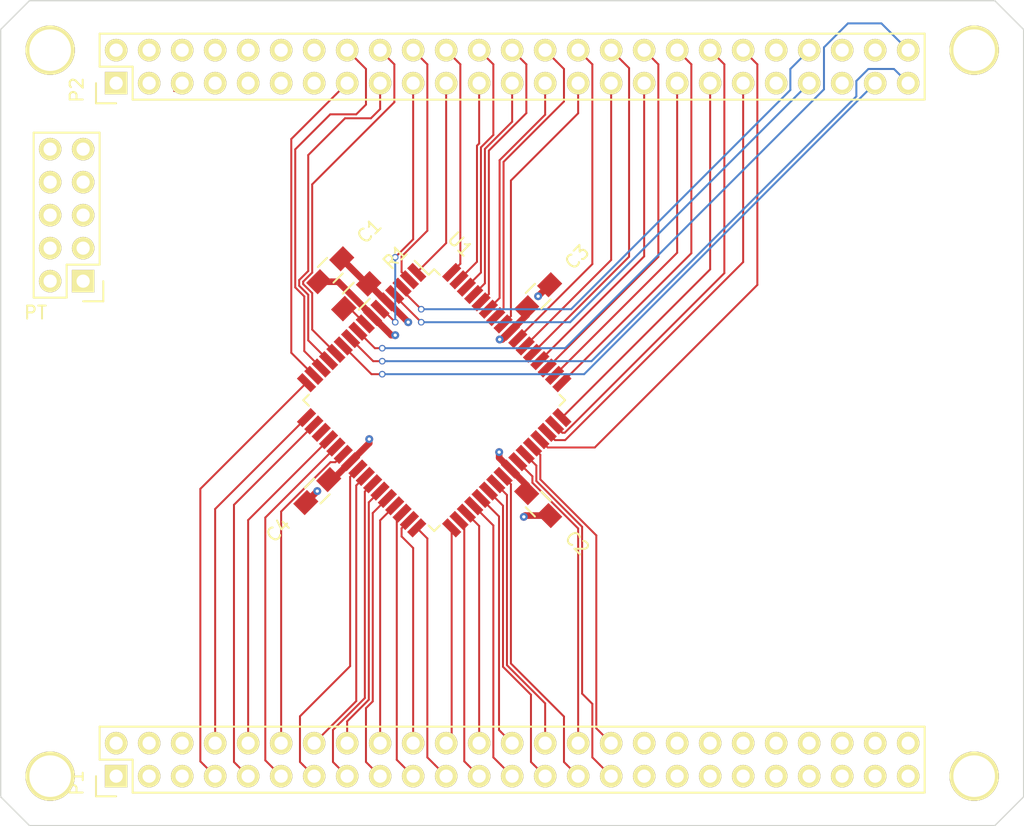
<source format=kicad_pcb>
(kicad_pcb (version 4) (host pcbnew 0.201508190901+6103~28~ubuntu15.04.1-product)

  (general
    (links 76)
    (no_connects 0)
    (area 112.344999 60.909999 191.185001 124.510001)
    (thickness 1.6)
    (drawings 8)
    (tracks 320)
    (zones 0)
    (modules 13)
    (nets 99)
  )

  (page USLetter)
  (title_block
    (title "68k Computer Prototype")
    (comment 1 "Footprint size test")
  )

  (layers
    (0 F.Cu signal)
    (1 GND.Cu power hide)
    (2 VCC.Cu power hide)
    (31 B.Cu signal)
    (32 B.Adhes user)
    (33 F.Adhes user)
    (34 B.Paste user)
    (35 F.Paste user)
    (36 B.SilkS user)
    (37 F.SilkS user)
    (38 B.Mask user)
    (39 F.Mask user)
    (40 Dwgs.User user)
    (41 Cmts.User user)
    (42 Eco1.User user)
    (43 Eco2.User user)
    (44 Edge.Cuts user)
    (45 Margin user)
    (46 B.CrtYd user)
    (47 F.CrtYd user)
    (48 B.Fab user)
    (49 F.Fab user)
  )

  (setup
    (last_trace_width 0.1524)
    (user_trace_width 0.2032)
    (trace_clearance 0.1524)
    (zone_clearance 0.508)
    (zone_45_only no)
    (trace_min 0.127)
    (segment_width 0.2)
    (edge_width 0.1)
    (via_size 0.508)
    (via_drill 0.3302)
    (via_min_size 0.3)
    (via_min_drill 0.254)
    (uvia_size 0.508)
    (uvia_drill 0.127)
    (uvias_allowed no)
    (uvia_min_size 0.508)
    (uvia_min_drill 0.127)
    (pcb_text_width 0.3)
    (pcb_text_size 1.5 1.5)
    (mod_edge_width 0.15)
    (mod_text_size 1 1)
    (mod_text_width 0.15)
    (pad_size 1.5 0.6)
    (pad_drill 0)
    (pad_to_mask_clearance 0)
    (aux_axis_origin 151.765 92.71)
    (grid_origin 151.765 92.71)
    (visible_elements 7FFFFFFF)
    (pcbplotparams
      (layerselection 0x00000_00000001)
      (usegerberextensions false)
      (excludeedgelayer false)
      (linewidth 0.100000)
      (plotframeref false)
      (viasonmask false)
      (mode 1)
      (useauxorigin false)
      (hpglpennumber 1)
      (hpglpenspeed 20)
      (hpglpendiameter 15)
      (hpglpenoverlay 2)
      (psnegative false)
      (psa4output false)
      (plotreference true)
      (plotvalue true)
      (plotinvisibletext false)
      (padsonsilk true)
      (subtractmaskfromsilk false)
      (outputformat 4)
      (mirror false)
      (drillshape 0)
      (scaleselection 1)
      (outputdirectory ""))
  )

  (net 0 "")
  (net 1 VCC)
  (net 2 GND)
  (net 3 GREEN0)
  (net 4 GREEN1)
  (net 5 GREEN2)
  (net 6 GREEN3)
  (net 7 BLUE0)
  (net 8 BLUE1)
  (net 9 BLUE2)
  (net 10 BLUE3)
  (net 11 ~BERR)
  (net 12 ~IPL2)
  (net 13 ~IPL1)
  (net 14 ~IPL0)
  (net 15 FC2)
  (net 16 FC1)
  (net 17 FC0)
  (net 18 A1)
  (net 19 A2)
  (net 20 A3)
  (net 21 A4)
  (net 22 A5)
  (net 23 A6)
  (net 24 A7)
  (net 25 A8)
  (net 26 A9)
  (net 27 A10)
  (net 28 A11)
  (net 29 LA12)
  (net 30 LA13)
  (net 31 LA14)
  (net 32 LA15)
  (net 33 LA16)
  (net 34 LA17)
  (net 35 LA18)
  (net 36 LA19)
  (net 37 LA20)
  (net 38 LA21)
  (net 39 LA22)
  (net 40 LA23)
  (net 41 HSYNC)
  (net 42 VSYNC)
  (net 43 RED0)
  (net 44 RED1)
  (net 45 RED2)
  (net 46 RED3)
  (net 47 PA12)
  (net 48 PA13)
  (net 49 PA14)
  (net 50 PA15)
  (net 51 PA16)
  (net 52 PA17)
  (net 53 PA18)
  (net 54 PA19)
  (net 55 ~RE)
  (net 56 ~WE)
  (net 57 CLK)
  (net 58 R/~W)
  (net 59 ~LDS)
  (net 60 ~UDS)
  (net 61 ~AS)
  (net 62 D0)
  (net 63 D1)
  (net 64 D2)
  (net 65 D3)
  (net 66 D4)
  (net 67 D5)
  (net 68 D6)
  (net 69 D7)
  (net 70 D8)
  (net 71 D9)
  (net 72 D10)
  (net 73 D11)
  (net 74 D12)
  (net 75 D13)
  (net 76 D14)
  (net 77 D15)
  (net 78 ~BR)
  (net 79 ~BG)
  (net 80 ~CSRAM1)
  (net 81 ~CSRAM2)
  (net 82 ~AVEC)
  (net 83 ~CSROM)
  (net 84 ~RESET)
  (net 85 ~HALT)
  (net 86 ~DTACK)
  (net 87 "Net-(P1-Pad1)")
  (net 88 "Net-(P1-Pad5)")
  (net 89 "Net-(P1-Pad6)")
  (net 90 "Net-(P1-Pad45)")
  (net 91 "Net-(P1-Pad46)")
  (net 92 "Net-(P1-Pad47)")
  (net 93 "Net-(P1-Pad48)")
  (net 94 "Net-(P1-Pad49)")
  (net 95 "Net-(P1-Pad50)")
  (net 96 "Net-(P2-Pad1)")
  (net 97 "Net-(R1-Pad2)")
  (net 98 "Net-(U1-Pad19)")

  (net_class Default "This is the default net class."
    (clearance 0.1524)
    (trace_width 0.1524)
    (via_dia 0.508)
    (via_drill 0.3302)
    (uvia_dia 0.508)
    (uvia_drill 0.127)
    (add_net A1)
    (add_net A10)
    (add_net A11)
    (add_net A2)
    (add_net A3)
    (add_net A4)
    (add_net A5)
    (add_net A6)
    (add_net A7)
    (add_net A8)
    (add_net A9)
    (add_net BLUE0)
    (add_net BLUE1)
    (add_net BLUE2)
    (add_net BLUE3)
    (add_net CLK)
    (add_net D0)
    (add_net D1)
    (add_net D10)
    (add_net D11)
    (add_net D12)
    (add_net D13)
    (add_net D14)
    (add_net D15)
    (add_net D2)
    (add_net D3)
    (add_net D4)
    (add_net D5)
    (add_net D6)
    (add_net D7)
    (add_net D8)
    (add_net D9)
    (add_net FC0)
    (add_net FC1)
    (add_net FC2)
    (add_net GREEN0)
    (add_net GREEN1)
    (add_net GREEN2)
    (add_net GREEN3)
    (add_net HSYNC)
    (add_net LA12)
    (add_net LA13)
    (add_net LA14)
    (add_net LA15)
    (add_net LA16)
    (add_net LA17)
    (add_net LA18)
    (add_net LA19)
    (add_net LA20)
    (add_net LA21)
    (add_net LA22)
    (add_net LA23)
    (add_net "Net-(P1-Pad1)")
    (add_net "Net-(P1-Pad45)")
    (add_net "Net-(P1-Pad46)")
    (add_net "Net-(P1-Pad47)")
    (add_net "Net-(P1-Pad48)")
    (add_net "Net-(P1-Pad49)")
    (add_net "Net-(P1-Pad5)")
    (add_net "Net-(P1-Pad50)")
    (add_net "Net-(P1-Pad6)")
    (add_net "Net-(P2-Pad1)")
    (add_net "Net-(R1-Pad2)")
    (add_net "Net-(U1-Pad19)")
    (add_net PA12)
    (add_net PA13)
    (add_net PA14)
    (add_net PA15)
    (add_net PA16)
    (add_net PA17)
    (add_net PA18)
    (add_net PA19)
    (add_net R/~W)
    (add_net RED0)
    (add_net RED1)
    (add_net RED2)
    (add_net RED3)
    (add_net VSYNC)
    (add_net ~AS)
    (add_net ~AVEC)
    (add_net ~BERR)
    (add_net ~BG)
    (add_net ~BR)
    (add_net ~CSRAM1)
    (add_net ~CSRAM2)
    (add_net ~CSROM)
    (add_net ~DTACK)
    (add_net ~HALT)
    (add_net ~IPL0)
    (add_net ~IPL1)
    (add_net ~IPL2)
    (add_net ~LDS)
    (add_net ~RE)
    (add_net ~RESET)
    (add_net ~UDS)
    (add_net ~WE)
  )

  (net_class Power ""
    (clearance 0.1524)
    (trace_width 0.508)
    (via_dia 0.6096)
    (via_drill 0.254)
    (uvia_dia 0.508)
    (uvia_drill 0.127)
    (add_net GND)
    (add_net VCC)
  )

  (module Pin_Headers:Pin_Header_Straight_2x25 (layer F.Cu) (tedit 55202A0B) (tstamp 5518FB09)
    (at 121.285 67.31 90)
    (descr "Through hole pin header")
    (tags "pin header")
    (path /551890D2)
    (fp_text reference P2 (at -0.5207 -3.03022 90) (layer F.SilkS)
      (effects (font (size 1 1) (thickness 0.15)))
    )
    (fp_text value CONN_25X2 (at 5.1943 2.68478 180) (layer F.Fab)
      (effects (font (size 1 1) (thickness 0.15)))
    )
    (fp_line (start -1.75 -1.75) (end -1.75 62.75) (layer F.CrtYd) (width 0.05))
    (fp_line (start 4.3 -1.75) (end 4.3 62.75) (layer F.CrtYd) (width 0.05))
    (fp_line (start -1.75 -1.75) (end 4.3 -1.75) (layer F.CrtYd) (width 0.05))
    (fp_line (start -1.75 62.75) (end 4.3 62.75) (layer F.CrtYd) (width 0.05))
    (fp_line (start -1.27 1.27) (end -1.27 62.23) (layer F.SilkS) (width 0.15))
    (fp_line (start 3.81 62.23) (end 3.81 -1.27) (layer F.SilkS) (width 0.15))
    (fp_line (start 3.81 62.23) (end -1.27 62.23) (layer F.SilkS) (width 0.15))
    (fp_line (start 3.81 -1.27) (end 1.27 -1.27) (layer F.SilkS) (width 0.15))
    (fp_line (start 0 -1.55) (end -1.55 -1.55) (layer F.SilkS) (width 0.15))
    (fp_line (start 1.27 -1.27) (end 1.27 1.27) (layer F.SilkS) (width 0.15))
    (fp_line (start 1.27 1.27) (end -1.27 1.27) (layer F.SilkS) (width 0.15))
    (fp_line (start -1.55 -1.55) (end -1.55 0) (layer F.SilkS) (width 0.15))
    (pad 1 thru_hole rect (at 0 0 90) (size 1.7272 1.7272) (drill 1.016) (layers *.Cu *.Mask F.SilkS)
      (net 96 "Net-(P2-Pad1)"))
    (pad 2 thru_hole oval (at 2.54 0 90) (size 1.7272 1.7272) (drill 1.016) (layers *.Cu *.Mask F.SilkS)
      (net 2 GND))
    (pad 3 thru_hole oval (at 0 2.54 90) (size 1.7272 1.7272) (drill 1.016) (layers *.Cu *.Mask F.SilkS)
      (net 1 VCC))
    (pad 4 thru_hole oval (at 2.54 2.54 90) (size 1.7272 1.7272) (drill 1.016) (layers *.Cu *.Mask F.SilkS)
      (net 2 GND))
    (pad 5 thru_hole oval (at 0 5.08 90) (size 1.7272 1.7272) (drill 1.016) (layers *.Cu *.Mask F.SilkS)
      (net 47 PA12))
    (pad 6 thru_hole oval (at 2.54 5.08 90) (size 1.7272 1.7272) (drill 1.016) (layers *.Cu *.Mask F.SilkS)
      (net 48 PA13))
    (pad 7 thru_hole oval (at 0 7.62 90) (size 1.7272 1.7272) (drill 1.016) (layers *.Cu *.Mask F.SilkS)
      (net 49 PA14))
    (pad 8 thru_hole oval (at 2.54 7.62 90) (size 1.7272 1.7272) (drill 1.016) (layers *.Cu *.Mask F.SilkS)
      (net 50 PA15))
    (pad 9 thru_hole oval (at 0 10.16 90) (size 1.7272 1.7272) (drill 1.016) (layers *.Cu *.Mask F.SilkS)
      (net 51 PA16))
    (pad 10 thru_hole oval (at 2.54 10.16 90) (size 1.7272 1.7272) (drill 1.016) (layers *.Cu *.Mask F.SilkS)
      (net 52 PA17))
    (pad 11 thru_hole oval (at 0 12.7 90) (size 1.7272 1.7272) (drill 1.016) (layers *.Cu *.Mask F.SilkS)
      (net 53 PA18))
    (pad 12 thru_hole oval (at 2.54 12.7 90) (size 1.7272 1.7272) (drill 1.016) (layers *.Cu *.Mask F.SilkS)
      (net 54 PA19))
    (pad 13 thru_hole oval (at 0 15.24 90) (size 1.7272 1.7272) (drill 1.016) (layers *.Cu *.Mask F.SilkS)
      (net 55 ~RE))
    (pad 14 thru_hole oval (at 2.54 15.24 90) (size 1.7272 1.7272) (drill 1.016) (layers *.Cu *.Mask F.SilkS)
      (net 56 ~WE))
    (pad 15 thru_hole oval (at 0 17.78 90) (size 1.7272 1.7272) (drill 1.016) (layers *.Cu *.Mask F.SilkS)
      (net 14 ~IPL0))
    (pad 16 thru_hole oval (at 2.54 17.78 90) (size 1.7272 1.7272) (drill 1.016) (layers *.Cu *.Mask F.SilkS)
      (net 13 ~IPL1))
    (pad 17 thru_hole oval (at 0 20.32 90) (size 1.7272 1.7272) (drill 1.016) (layers *.Cu *.Mask F.SilkS)
      (net 12 ~IPL2))
    (pad 18 thru_hole oval (at 2.54 20.32 90) (size 1.7272 1.7272) (drill 1.016) (layers *.Cu *.Mask F.SilkS)
      (net 11 ~BERR))
    (pad 19 thru_hole oval (at 0 22.86 90) (size 1.7272 1.7272) (drill 1.016) (layers *.Cu *.Mask F.SilkS)
      (net 57 CLK))
    (pad 20 thru_hole oval (at 2.54 22.86 90) (size 1.7272 1.7272) (drill 1.016) (layers *.Cu *.Mask F.SilkS)
      (net 86 ~DTACK))
    (pad 21 thru_hole oval (at 0 25.4 90) (size 1.7272 1.7272) (drill 1.016) (layers *.Cu *.Mask F.SilkS)
      (net 58 R/~W))
    (pad 22 thru_hole oval (at 2.54 25.4 90) (size 1.7272 1.7272) (drill 1.016) (layers *.Cu *.Mask F.SilkS)
      (net 59 ~LDS))
    (pad 23 thru_hole oval (at 0 27.94 90) (size 1.7272 1.7272) (drill 1.016) (layers *.Cu *.Mask F.SilkS)
      (net 60 ~UDS))
    (pad 24 thru_hole oval (at 2.54 27.94 90) (size 1.7272 1.7272) (drill 1.016) (layers *.Cu *.Mask F.SilkS)
      (net 61 ~AS))
    (pad 25 thru_hole oval (at 0 30.48 90) (size 1.7272 1.7272) (drill 1.016) (layers *.Cu *.Mask F.SilkS)
      (net 62 D0))
    (pad 26 thru_hole oval (at 2.54 30.48 90) (size 1.7272 1.7272) (drill 1.016) (layers *.Cu *.Mask F.SilkS)
      (net 63 D1))
    (pad 27 thru_hole oval (at 0 33.02 90) (size 1.7272 1.7272) (drill 1.016) (layers *.Cu *.Mask F.SilkS)
      (net 64 D2))
    (pad 28 thru_hole oval (at 2.54 33.02 90) (size 1.7272 1.7272) (drill 1.016) (layers *.Cu *.Mask F.SilkS)
      (net 65 D3))
    (pad 29 thru_hole oval (at 0 35.56 90) (size 1.7272 1.7272) (drill 1.016) (layers *.Cu *.Mask F.SilkS)
      (net 66 D4))
    (pad 30 thru_hole oval (at 2.54 35.56 90) (size 1.7272 1.7272) (drill 1.016) (layers *.Cu *.Mask F.SilkS)
      (net 67 D5))
    (pad 31 thru_hole oval (at 0 38.1 90) (size 1.7272 1.7272) (drill 1.016) (layers *.Cu *.Mask F.SilkS)
      (net 68 D6))
    (pad 32 thru_hole oval (at 2.54 38.1 90) (size 1.7272 1.7272) (drill 1.016) (layers *.Cu *.Mask F.SilkS)
      (net 69 D7))
    (pad 33 thru_hole oval (at 0 40.64 90) (size 1.7272 1.7272) (drill 1.016) (layers *.Cu *.Mask F.SilkS)
      (net 70 D8))
    (pad 34 thru_hole oval (at 2.54 40.64 90) (size 1.7272 1.7272) (drill 1.016) (layers *.Cu *.Mask F.SilkS)
      (net 71 D9))
    (pad 35 thru_hole oval (at 0 43.18 90) (size 1.7272 1.7272) (drill 1.016) (layers *.Cu *.Mask F.SilkS)
      (net 72 D10))
    (pad 36 thru_hole oval (at 2.54 43.18 90) (size 1.7272 1.7272) (drill 1.016) (layers *.Cu *.Mask F.SilkS)
      (net 73 D11))
    (pad 37 thru_hole oval (at 0 45.72 90) (size 1.7272 1.7272) (drill 1.016) (layers *.Cu *.Mask F.SilkS)
      (net 74 D12))
    (pad 38 thru_hole oval (at 2.54 45.72 90) (size 1.7272 1.7272) (drill 1.016) (layers *.Cu *.Mask F.SilkS)
      (net 75 D13))
    (pad 39 thru_hole oval (at 0 48.26 90) (size 1.7272 1.7272) (drill 1.016) (layers *.Cu *.Mask F.SilkS)
      (net 76 D14))
    (pad 40 thru_hole oval (at 2.54 48.26 90) (size 1.7272 1.7272) (drill 1.016) (layers *.Cu *.Mask F.SilkS)
      (net 77 D15))
    (pad 41 thru_hole oval (at 0 50.8 90) (size 1.7272 1.7272) (drill 1.016) (layers *.Cu *.Mask F.SilkS)
      (net 41 HSYNC))
    (pad 42 thru_hole oval (at 2.54 50.8 90) (size 1.7272 1.7272) (drill 1.016) (layers *.Cu *.Mask F.SilkS)
      (net 42 VSYNC))
    (pad 43 thru_hole oval (at 0 53.34 90) (size 1.7272 1.7272) (drill 1.016) (layers *.Cu *.Mask F.SilkS)
      (net 78 ~BR))
    (pad 44 thru_hole oval (at 2.54 53.34 90) (size 1.7272 1.7272) (drill 1.016) (layers *.Cu *.Mask F.SilkS)
      (net 79 ~BG))
    (pad 45 thru_hole oval (at 0 55.88 90) (size 1.7272 1.7272) (drill 1.016) (layers *.Cu *.Mask F.SilkS)
      (net 80 ~CSRAM1))
    (pad 46 thru_hole oval (at 2.54 55.88 90) (size 1.7272 1.7272) (drill 1.016) (layers *.Cu *.Mask F.SilkS)
      (net 81 ~CSRAM2))
    (pad 47 thru_hole oval (at 0 58.42 90) (size 1.7272 1.7272) (drill 1.016) (layers *.Cu *.Mask F.SilkS)
      (net 82 ~AVEC))
    (pad 48 thru_hole oval (at 2.54 58.42 90) (size 1.7272 1.7272) (drill 1.016) (layers *.Cu *.Mask F.SilkS)
      (net 83 ~CSROM))
    (pad 49 thru_hole oval (at 0 60.96 90) (size 1.7272 1.7272) (drill 1.016) (layers *.Cu *.Mask F.SilkS)
      (net 84 ~RESET))
    (pad 50 thru_hole oval (at 2.54 60.96 90) (size 1.7272 1.7272) (drill 1.016) (layers *.Cu *.Mask F.SilkS)
      (net 85 ~HALT))
    (model Pin_Headers.3dshapes/Pin_Header_Straight_2x25.wrl
      (at (xyz 0.05 -1.2 0))
      (scale (xyz 1 1 1))
      (rotate (xyz 0 0 90))
    )
  )

  (module Pin_Headers:Pin_Header_Straight_2x25 (layer F.Cu) (tedit 55202A14) (tstamp 5518FAD3)
    (at 121.285 120.65 90)
    (descr "Through hole pin header")
    (tags "pin header")
    (path /551890A6)
    (fp_text reference P1 (at -0.5207 -3.03022 90) (layer F.SilkS)
      (effects (font (size 1 1) (thickness 0.15)))
    )
    (fp_text value CONN_25X2 (at -2.4257 2.68478 180) (layer F.Fab)
      (effects (font (size 1 1) (thickness 0.15)))
    )
    (fp_line (start -1.75 -1.75) (end -1.75 62.75) (layer F.CrtYd) (width 0.05))
    (fp_line (start 4.3 -1.75) (end 4.3 62.75) (layer F.CrtYd) (width 0.05))
    (fp_line (start -1.75 -1.75) (end 4.3 -1.75) (layer F.CrtYd) (width 0.05))
    (fp_line (start -1.75 62.75) (end 4.3 62.75) (layer F.CrtYd) (width 0.05))
    (fp_line (start -1.27 1.27) (end -1.27 62.23) (layer F.SilkS) (width 0.15))
    (fp_line (start 3.81 62.23) (end 3.81 -1.27) (layer F.SilkS) (width 0.15))
    (fp_line (start 3.81 62.23) (end -1.27 62.23) (layer F.SilkS) (width 0.15))
    (fp_line (start 3.81 -1.27) (end 1.27 -1.27) (layer F.SilkS) (width 0.15))
    (fp_line (start 0 -1.55) (end -1.55 -1.55) (layer F.SilkS) (width 0.15))
    (fp_line (start 1.27 -1.27) (end 1.27 1.27) (layer F.SilkS) (width 0.15))
    (fp_line (start 1.27 1.27) (end -1.27 1.27) (layer F.SilkS) (width 0.15))
    (fp_line (start -1.55 -1.55) (end -1.55 0) (layer F.SilkS) (width 0.15))
    (pad 1 thru_hole rect (at 0 0 90) (size 1.7272 1.7272) (drill 1.016) (layers *.Cu *.Mask F.SilkS)
      (net 87 "Net-(P1-Pad1)"))
    (pad 2 thru_hole oval (at 2.54 0 90) (size 1.7272 1.7272) (drill 1.016) (layers *.Cu *.Mask F.SilkS)
      (net 2 GND))
    (pad 3 thru_hole oval (at 0 2.54 90) (size 1.7272 1.7272) (drill 1.016) (layers *.Cu *.Mask F.SilkS)
      (net 1 VCC))
    (pad 4 thru_hole oval (at 2.54 2.54 90) (size 1.7272 1.7272) (drill 1.016) (layers *.Cu *.Mask F.SilkS)
      (net 2 GND))
    (pad 5 thru_hole oval (at 0 5.08 90) (size 1.7272 1.7272) (drill 1.016) (layers *.Cu *.Mask F.SilkS)
      (net 88 "Net-(P1-Pad5)"))
    (pad 6 thru_hole oval (at 2.54 5.08 90) (size 1.7272 1.7272) (drill 1.016) (layers *.Cu *.Mask F.SilkS)
      (net 89 "Net-(P1-Pad6)"))
    (pad 7 thru_hole oval (at 0 7.62 90) (size 1.7272 1.7272) (drill 1.016) (layers *.Cu *.Mask F.SilkS)
      (net 15 FC2))
    (pad 8 thru_hole oval (at 2.54 7.62 90) (size 1.7272 1.7272) (drill 1.016) (layers *.Cu *.Mask F.SilkS)
      (net 16 FC1))
    (pad 9 thru_hole oval (at 0 10.16 90) (size 1.7272 1.7272) (drill 1.016) (layers *.Cu *.Mask F.SilkS)
      (net 17 FC0))
    (pad 10 thru_hole oval (at 2.54 10.16 90) (size 1.7272 1.7272) (drill 1.016) (layers *.Cu *.Mask F.SilkS)
      (net 18 A1))
    (pad 11 thru_hole oval (at 0 12.7 90) (size 1.7272 1.7272) (drill 1.016) (layers *.Cu *.Mask F.SilkS)
      (net 19 A2))
    (pad 12 thru_hole oval (at 2.54 12.7 90) (size 1.7272 1.7272) (drill 1.016) (layers *.Cu *.Mask F.SilkS)
      (net 20 A3))
    (pad 13 thru_hole oval (at 0 15.24 90) (size 1.7272 1.7272) (drill 1.016) (layers *.Cu *.Mask F.SilkS)
      (net 21 A4))
    (pad 14 thru_hole oval (at 2.54 15.24 90) (size 1.7272 1.7272) (drill 1.016) (layers *.Cu *.Mask F.SilkS)
      (net 22 A5))
    (pad 15 thru_hole oval (at 0 17.78 90) (size 1.7272 1.7272) (drill 1.016) (layers *.Cu *.Mask F.SilkS)
      (net 23 A6))
    (pad 16 thru_hole oval (at 2.54 17.78 90) (size 1.7272 1.7272) (drill 1.016) (layers *.Cu *.Mask F.SilkS)
      (net 24 A7))
    (pad 17 thru_hole oval (at 0 20.32 90) (size 1.7272 1.7272) (drill 1.016) (layers *.Cu *.Mask F.SilkS)
      (net 25 A8))
    (pad 18 thru_hole oval (at 2.54 20.32 90) (size 1.7272 1.7272) (drill 1.016) (layers *.Cu *.Mask F.SilkS)
      (net 26 A9))
    (pad 19 thru_hole oval (at 0 22.86 90) (size 1.7272 1.7272) (drill 1.016) (layers *.Cu *.Mask F.SilkS)
      (net 27 A10))
    (pad 20 thru_hole oval (at 2.54 22.86 90) (size 1.7272 1.7272) (drill 1.016) (layers *.Cu *.Mask F.SilkS)
      (net 28 A11))
    (pad 21 thru_hole oval (at 0 25.4 90) (size 1.7272 1.7272) (drill 1.016) (layers *.Cu *.Mask F.SilkS)
      (net 29 LA12))
    (pad 22 thru_hole oval (at 2.54 25.4 90) (size 1.7272 1.7272) (drill 1.016) (layers *.Cu *.Mask F.SilkS)
      (net 30 LA13))
    (pad 23 thru_hole oval (at 0 27.94 90) (size 1.7272 1.7272) (drill 1.016) (layers *.Cu *.Mask F.SilkS)
      (net 31 LA14))
    (pad 24 thru_hole oval (at 2.54 27.94 90) (size 1.7272 1.7272) (drill 1.016) (layers *.Cu *.Mask F.SilkS)
      (net 32 LA15))
    (pad 25 thru_hole oval (at 0 30.48 90) (size 1.7272 1.7272) (drill 1.016) (layers *.Cu *.Mask F.SilkS)
      (net 33 LA16))
    (pad 26 thru_hole oval (at 2.54 30.48 90) (size 1.7272 1.7272) (drill 1.016) (layers *.Cu *.Mask F.SilkS)
      (net 34 LA17))
    (pad 27 thru_hole oval (at 0 33.02 90) (size 1.7272 1.7272) (drill 1.016) (layers *.Cu *.Mask F.SilkS)
      (net 35 LA18))
    (pad 28 thru_hole oval (at 2.54 33.02 90) (size 1.7272 1.7272) (drill 1.016) (layers *.Cu *.Mask F.SilkS)
      (net 36 LA19))
    (pad 29 thru_hole oval (at 0 35.56 90) (size 1.7272 1.7272) (drill 1.016) (layers *.Cu *.Mask F.SilkS)
      (net 37 LA20))
    (pad 30 thru_hole oval (at 2.54 35.56 90) (size 1.7272 1.7272) (drill 1.016) (layers *.Cu *.Mask F.SilkS)
      (net 38 LA21))
    (pad 31 thru_hole oval (at 0 38.1 90) (size 1.7272 1.7272) (drill 1.016) (layers *.Cu *.Mask F.SilkS)
      (net 39 LA22))
    (pad 32 thru_hole oval (at 2.54 38.1 90) (size 1.7272 1.7272) (drill 1.016) (layers *.Cu *.Mask F.SilkS)
      (net 40 LA23))
    (pad 33 thru_hole oval (at 0 40.64 90) (size 1.7272 1.7272) (drill 1.016) (layers *.Cu *.Mask F.SilkS)
      (net 43 RED0))
    (pad 34 thru_hole oval (at 2.54 40.64 90) (size 1.7272 1.7272) (drill 1.016) (layers *.Cu *.Mask F.SilkS)
      (net 44 RED1))
    (pad 35 thru_hole oval (at 0 43.18 90) (size 1.7272 1.7272) (drill 1.016) (layers *.Cu *.Mask F.SilkS)
      (net 45 RED2))
    (pad 36 thru_hole oval (at 2.54 43.18 90) (size 1.7272 1.7272) (drill 1.016) (layers *.Cu *.Mask F.SilkS)
      (net 46 RED3))
    (pad 37 thru_hole oval (at 0 45.72 90) (size 1.7272 1.7272) (drill 1.016) (layers *.Cu *.Mask F.SilkS)
      (net 3 GREEN0))
    (pad 38 thru_hole oval (at 2.54 45.72 90) (size 1.7272 1.7272) (drill 1.016) (layers *.Cu *.Mask F.SilkS)
      (net 4 GREEN1))
    (pad 39 thru_hole oval (at 0 48.26 90) (size 1.7272 1.7272) (drill 1.016) (layers *.Cu *.Mask F.SilkS)
      (net 5 GREEN2))
    (pad 40 thru_hole oval (at 2.54 48.26 90) (size 1.7272 1.7272) (drill 1.016) (layers *.Cu *.Mask F.SilkS)
      (net 6 GREEN3))
    (pad 41 thru_hole oval (at 0 50.8 90) (size 1.7272 1.7272) (drill 1.016) (layers *.Cu *.Mask F.SilkS)
      (net 7 BLUE0))
    (pad 42 thru_hole oval (at 2.54 50.8 90) (size 1.7272 1.7272) (drill 1.016) (layers *.Cu *.Mask F.SilkS)
      (net 8 BLUE1))
    (pad 43 thru_hole oval (at 0 53.34 90) (size 1.7272 1.7272) (drill 1.016) (layers *.Cu *.Mask F.SilkS)
      (net 9 BLUE2))
    (pad 44 thru_hole oval (at 2.54 53.34 90) (size 1.7272 1.7272) (drill 1.016) (layers *.Cu *.Mask F.SilkS)
      (net 10 BLUE3))
    (pad 45 thru_hole oval (at 0 55.88 90) (size 1.7272 1.7272) (drill 1.016) (layers *.Cu *.Mask F.SilkS)
      (net 90 "Net-(P1-Pad45)"))
    (pad 46 thru_hole oval (at 2.54 55.88 90) (size 1.7272 1.7272) (drill 1.016) (layers *.Cu *.Mask F.SilkS)
      (net 91 "Net-(P1-Pad46)"))
    (pad 47 thru_hole oval (at 0 58.42 90) (size 1.7272 1.7272) (drill 1.016) (layers *.Cu *.Mask F.SilkS)
      (net 92 "Net-(P1-Pad47)"))
    (pad 48 thru_hole oval (at 2.54 58.42 90) (size 1.7272 1.7272) (drill 1.016) (layers *.Cu *.Mask F.SilkS)
      (net 93 "Net-(P1-Pad48)"))
    (pad 49 thru_hole oval (at 0 60.96 90) (size 1.7272 1.7272) (drill 1.016) (layers *.Cu *.Mask F.SilkS)
      (net 94 "Net-(P1-Pad49)"))
    (pad 50 thru_hole oval (at 2.54 60.96 90) (size 1.7272 1.7272) (drill 1.016) (layers *.Cu *.Mask F.SilkS)
      (net 95 "Net-(P1-Pad50)"))
    (model Pin_Headers.3dshapes/Pin_Header_Straight_2x25.wrl
      (at (xyz 0.05 -1.2 0))
      (scale (xyz 1 1 1))
      (rotate (xyz 0 0 90))
    )
  )

  (module Pin_Headers:Pin_Header_Straight_2x05 (layer F.Cu) (tedit 55202A02) (tstamp 55201FDE)
    (at 118.745 82.55 180)
    (descr "Through hole pin header")
    (tags "pin header")
    (fp_text reference PT (at 3.66522 -2.4257 180) (layer F.SilkS)
      (effects (font (size 1 1) (thickness 0.15)))
    )
    (fp_text value Pin_Header_Straight_2x05 (at -2.68478 2.0193 450) (layer F.Fab)
      (effects (font (size 1 1) (thickness 0.15)))
    )
    (fp_line (start -1.75 -1.75) (end -1.75 11.95) (layer F.CrtYd) (width 0.05))
    (fp_line (start 4.3 -1.75) (end 4.3 11.95) (layer F.CrtYd) (width 0.05))
    (fp_line (start -1.75 -1.75) (end 4.3 -1.75) (layer F.CrtYd) (width 0.05))
    (fp_line (start -1.75 11.95) (end 4.3 11.95) (layer F.CrtYd) (width 0.05))
    (fp_line (start 3.81 -1.27) (end 3.81 11.43) (layer F.SilkS) (width 0.15))
    (fp_line (start 3.81 11.43) (end -1.27 11.43) (layer F.SilkS) (width 0.15))
    (fp_line (start -1.27 11.43) (end -1.27 1.27) (layer F.SilkS) (width 0.15))
    (fp_line (start 3.81 -1.27) (end 1.27 -1.27) (layer F.SilkS) (width 0.15))
    (fp_line (start 0 -1.55) (end -1.55 -1.55) (layer F.SilkS) (width 0.15))
    (fp_line (start 1.27 -1.27) (end 1.27 1.27) (layer F.SilkS) (width 0.15))
    (fp_line (start 1.27 1.27) (end -1.27 1.27) (layer F.SilkS) (width 0.15))
    (fp_line (start -1.55 -1.55) (end -1.55 0) (layer F.SilkS) (width 0.15))
    (pad 1 thru_hole rect (at 0 0 180) (size 1.7272 1.7272) (drill 1.016) (layers *.Cu *.Mask F.SilkS))
    (pad 2 thru_hole oval (at 2.54 0 180) (size 1.7272 1.7272) (drill 1.016) (layers *.Cu *.Mask F.SilkS))
    (pad 3 thru_hole oval (at 0 2.54 180) (size 1.7272 1.7272) (drill 1.016) (layers *.Cu *.Mask F.SilkS))
    (pad 4 thru_hole oval (at 2.54 2.54 180) (size 1.7272 1.7272) (drill 1.016) (layers *.Cu *.Mask F.SilkS))
    (pad 5 thru_hole oval (at 0 5.08 180) (size 1.7272 1.7272) (drill 1.016) (layers *.Cu *.Mask F.SilkS))
    (pad 6 thru_hole oval (at 2.54 5.08 180) (size 1.7272 1.7272) (drill 1.016) (layers *.Cu *.Mask F.SilkS))
    (pad 7 thru_hole oval (at 0 7.62 180) (size 1.7272 1.7272) (drill 1.016) (layers *.Cu *.Mask F.SilkS))
    (pad 8 thru_hole oval (at 2.54 7.62 180) (size 1.7272 1.7272) (drill 1.016) (layers *.Cu *.Mask F.SilkS))
    (pad 9 thru_hole oval (at 0 10.16 180) (size 1.7272 1.7272) (drill 1.016) (layers *.Cu *.Mask F.SilkS))
    (pad 10 thru_hole oval (at 2.54 10.16 180) (size 1.7272 1.7272) (drill 1.016) (layers *.Cu *.Mask F.SilkS))
    (model Pin_Headers.3dshapes/Pin_Header_Straight_2x05.wrl
      (at (xyz 0.05 -0.2 0))
      (scale (xyz 1 1 1))
      (rotate (xyz 0 0 90))
    )
  )

  (module 68k-computer:HOLE (layer F.Cu) (tedit 5520629A) (tstamp 5520624F)
    (at 116.205 64.77)
    (fp_text reference MNT1 (at 0 -0.127) (layer F.SilkS)
      (effects (font (size 0.127 0.127) (thickness 0.03175)))
    )
    (fp_text value HOLE (at 0 0.127) (layer F.Fab)
      (effects (font (size 0.127 0.127) (thickness 0.03175)))
    )
    (pad 1 thru_hole circle (at 0 0) (size 3.8 3.8) (drill 3.2) (layers *.Cu *.Mask F.SilkS))
  )

  (module 68k-computer:HOLE (layer F.Cu) (tedit 5520642D) (tstamp 552063F7)
    (at 187.325 64.77)
    (fp_text reference MNT2 (at 0 -0.127) (layer F.SilkS)
      (effects (font (size 0.127 0.127) (thickness 0.03175)))
    )
    (fp_text value HOLE (at 0 0.127) (layer F.Fab)
      (effects (font (size 0.127 0.127) (thickness 0.03175)))
    )
    (pad 1 thru_hole circle (at 0 0) (size 3.8 3.8) (drill 3.2) (layers *.Cu *.Mask F.SilkS))
  )

  (module 68k-computer:HOLE (layer F.Cu) (tedit 552066CC) (tstamp 55206660)
    (at 116.205 120.65)
    (fp_text reference MNT3 (at 0 -0.127) (layer F.SilkS)
      (effects (font (size 0.127 0.127) (thickness 0.03175)))
    )
    (fp_text value HOLE (at 0 0.127) (layer F.Fab)
      (effects (font (size 0.127 0.127) (thickness 0.03175)))
    )
    (pad 1 thru_hole circle (at 0 0) (size 3.8 3.8) (drill 3.2) (layers *.Cu *.Mask F.SilkS))
  )

  (module 68k-computer:HOLE (layer F.Cu) (tedit 552066DD) (tstamp 5520669B)
    (at 187.325 120.65)
    (fp_text reference MNT4 (at 0 -0.127) (layer F.SilkS)
      (effects (font (size 0.127 0.127) (thickness 0.03175)))
    )
    (fp_text value HOLE (at 0 0.127) (layer F.Fab)
      (effects (font (size 0.127 0.127) (thickness 0.03175)))
    )
    (pad 1 thru_hole circle (at 0 0) (size 3.8 3.8) (drill 3.2) (layers *.Cu *.Mask F.SilkS))
  )

  (module Capacitors_SMD:C_0805_HandSoldering (layer F.Cu) (tedit 541A9B8D) (tstamp 55EB8DFA)
    (at 137.765 81.71 225)
    (descr "Capacitor SMD 0805, hand soldering")
    (tags "capacitor 0805")
    (path /5519119C)
    (attr smd)
    (fp_text reference C1 (at -4.242641 0 225) (layer F.SilkS)
      (effects (font (size 1 1) (thickness 0.15)))
    )
    (fp_text value 0.1uF (at 5.656854 0 225) (layer F.Fab)
      (effects (font (size 1 1) (thickness 0.15)))
    )
    (fp_line (start -2.3 -1) (end 2.3 -1) (layer F.CrtYd) (width 0.05))
    (fp_line (start -2.3 1) (end 2.3 1) (layer F.CrtYd) (width 0.05))
    (fp_line (start -2.3 -1) (end -2.3 1) (layer F.CrtYd) (width 0.05))
    (fp_line (start 2.3 -1) (end 2.3 1) (layer F.CrtYd) (width 0.05))
    (fp_line (start 0.5 -0.85) (end -0.5 -0.85) (layer F.SilkS) (width 0.15))
    (fp_line (start -0.5 0.85) (end 0.5 0.85) (layer F.SilkS) (width 0.15))
    (pad 1 smd rect (at -1.25 0 225) (size 1.5 1.25) (layers F.Cu F.Paste F.Mask)
      (net 1 VCC))
    (pad 2 smd rect (at 1.25 0 225) (size 1.5 1.25) (layers F.Cu F.Paste F.Mask)
      (net 2 GND))
    (model Capacitors_SMD.3dshapes/C_0805_HandSoldering.wrl
      (at (xyz 0 0 0))
      (scale (xyz 1 1 1))
      (rotate (xyz 0 0 0))
    )
  )

  (module Capacitors_SMD:C_0805_HandSoldering (layer F.Cu) (tedit 541A9B8D) (tstamp 55EB8E00)
    (at 153.765 99.71 315)
    (descr "Capacitor SMD 0805, hand soldering")
    (tags "capacitor 0805")
    (path /5519107D)
    (attr smd)
    (fp_text reference C2 (at 4.242641 0 315) (layer F.SilkS)
      (effects (font (size 1 1) (thickness 0.15)))
    )
    (fp_text value 0.1uF (at 8.485281 0 315) (layer F.Fab)
      (effects (font (size 1 1) (thickness 0.15)))
    )
    (fp_line (start -2.3 -1) (end 2.3 -1) (layer F.CrtYd) (width 0.05))
    (fp_line (start -2.3 1) (end 2.3 1) (layer F.CrtYd) (width 0.05))
    (fp_line (start -2.3 -1) (end -2.3 1) (layer F.CrtYd) (width 0.05))
    (fp_line (start 2.3 -1) (end 2.3 1) (layer F.CrtYd) (width 0.05))
    (fp_line (start 0.5 -0.85) (end -0.5 -0.85) (layer F.SilkS) (width 0.15))
    (fp_line (start -0.5 0.85) (end 0.5 0.85) (layer F.SilkS) (width 0.15))
    (pad 1 smd rect (at -1.25 0 315) (size 1.5 1.25) (layers F.Cu F.Paste F.Mask)
      (net 1 VCC))
    (pad 2 smd rect (at 1.25 0 315) (size 1.5 1.25) (layers F.Cu F.Paste F.Mask)
      (net 2 GND))
    (model Capacitors_SMD.3dshapes/C_0805_HandSoldering.wrl
      (at (xyz 0 0 0))
      (scale (xyz 1 1 1))
      (rotate (xyz 0 0 0))
    )
  )

  (module Capacitors_SMD:C_0805_HandSoldering (layer F.Cu) (tedit 541A9B8D) (tstamp 55EB8E06)
    (at 153.765 83.71 225)
    (descr "Capacitor SMD 0805, hand soldering")
    (tags "capacitor 0805")
    (path /551910BD)
    (attr smd)
    (fp_text reference C3 (at -4.242641 0 225) (layer F.SilkS)
      (effects (font (size 1 1) (thickness 0.15)))
    )
    (fp_text value 0.1uF (at -8.485281 0 225) (layer F.Fab)
      (effects (font (size 1 1) (thickness 0.15)))
    )
    (fp_line (start -2.3 -1) (end 2.3 -1) (layer F.CrtYd) (width 0.05))
    (fp_line (start -2.3 1) (end 2.3 1) (layer F.CrtYd) (width 0.05))
    (fp_line (start -2.3 -1) (end -2.3 1) (layer F.CrtYd) (width 0.05))
    (fp_line (start 2.3 -1) (end 2.3 1) (layer F.CrtYd) (width 0.05))
    (fp_line (start 0.5 -0.85) (end -0.5 -0.85) (layer F.SilkS) (width 0.15))
    (fp_line (start -0.5 0.85) (end 0.5 0.85) (layer F.SilkS) (width 0.15))
    (pad 1 smd rect (at -1.25 0 225) (size 1.5 1.25) (layers F.Cu F.Paste F.Mask)
      (net 1 VCC))
    (pad 2 smd rect (at 1.25 0 225) (size 1.5 1.25) (layers F.Cu F.Paste F.Mask)
      (net 2 GND))
    (model Capacitors_SMD.3dshapes/C_0805_HandSoldering.wrl
      (at (xyz 0 0 0))
      (scale (xyz 1 1 1))
      (rotate (xyz 0 0 0))
    )
  )

  (module Capacitors_SMD:C_0805_HandSoldering (layer F.Cu) (tedit 541A9B8D) (tstamp 55EB8E0C)
    (at 136.765 98.71 45)
    (descr "Capacitor SMD 0805, hand soldering")
    (tags "capacitor 0805")
    (path /55191170)
    (attr smd)
    (fp_text reference C4 (at -4.242641 0 45) (layer F.SilkS)
      (effects (font (size 1 1) (thickness 0.15)))
    )
    (fp_text value 0.1uF (at -8.485281 0 45) (layer F.Fab)
      (effects (font (size 1 1) (thickness 0.15)))
    )
    (fp_line (start -2.3 -1) (end 2.3 -1) (layer F.CrtYd) (width 0.05))
    (fp_line (start -2.3 1) (end 2.3 1) (layer F.CrtYd) (width 0.05))
    (fp_line (start -2.3 -1) (end -2.3 1) (layer F.CrtYd) (width 0.05))
    (fp_line (start 2.3 -1) (end 2.3 1) (layer F.CrtYd) (width 0.05))
    (fp_line (start 0.5 -0.85) (end -0.5 -0.85) (layer F.SilkS) (width 0.15))
    (fp_line (start -0.5 0.85) (end 0.5 0.85) (layer F.SilkS) (width 0.15))
    (pad 1 smd rect (at -1.25 0 45) (size 1.5 1.25) (layers F.Cu F.Paste F.Mask)
      (net 1 VCC))
    (pad 2 smd rect (at 1.25 0 45) (size 1.5 1.25) (layers F.Cu F.Paste F.Mask)
      (net 2 GND))
    (model Capacitors_SMD.3dshapes/C_0805_HandSoldering.wrl
      (at (xyz 0 0 0))
      (scale (xyz 1 1 1))
      (rotate (xyz 0 0 0))
    )
  )

  (module Resistors_SMD:R_0805_HandSoldering (layer F.Cu) (tedit 54189DEE) (tstamp 55EB8E12)
    (at 139.765 83.71 225)
    (descr "Resistor SMD 0805, hand soldering")
    (tags "resistor 0805")
    (path /55190758)
    (attr smd)
    (fp_text reference R1 (at -4.242641 0 225) (layer F.SilkS)
      (effects (font (size 1 1) (thickness 0.15)))
    )
    (fp_text value 10k (at 4.242641 0 225) (layer F.Fab)
      (effects (font (size 1 1) (thickness 0.15)))
    )
    (fp_line (start -2.4 -1) (end 2.4 -1) (layer F.CrtYd) (width 0.05))
    (fp_line (start -2.4 1) (end 2.4 1) (layer F.CrtYd) (width 0.05))
    (fp_line (start -2.4 -1) (end -2.4 1) (layer F.CrtYd) (width 0.05))
    (fp_line (start 2.4 -1) (end 2.4 1) (layer F.CrtYd) (width 0.05))
    (fp_line (start 0.6 0.875) (end -0.6 0.875) (layer F.SilkS) (width 0.15))
    (fp_line (start -0.6 -0.875) (end 0.6 -0.875) (layer F.SilkS) (width 0.15))
    (pad 1 smd rect (at -1.35 0 225) (size 1.5 1.3) (layers F.Cu F.Paste F.Mask)
      (net 1 VCC))
    (pad 2 smd rect (at 1.35 0 225) (size 1.5 1.3) (layers F.Cu F.Paste F.Mask)
      (net 97 "Net-(R1-Pad2)"))
    (model Resistors_SMD.3dshapes/R_0805_HandSoldering.wrl
      (at (xyz 0 0 0))
      (scale (xyz 1 1 1))
      (rotate (xyz 0 0 0))
    )
  )

  (module Housings_QFP:LQFP-64_14x14mm_Pitch0.8mm (layer F.Cu) (tedit 54130A77) (tstamp 55EB8E56)
    (at 145.765 91.71 315)
    (descr "LQFP64: plastic low profile quad flat package; 64 leads; body 14 x 14 x 1.4 mm(see NXP sot791-1_po.pdf and sot791-1_fr.pdf)")
    (tags "QFP 0.8")
    (path /5518D2BF)
    (attr smd)
    (fp_text reference U1 (at -7.071068 -9.899495 315) (layer F.SilkS)
      (effects (font (size 1 1) (thickness 0.15)))
    )
    (fp_text value MC68SEC000 (at 6.363961 10.606602 315) (layer F.Fab)
      (effects (font (size 1 1) (thickness 0.15)))
    )
    (fp_line (start -8.9 -8.9) (end -8.9 8.9) (layer F.CrtYd) (width 0.05))
    (fp_line (start 8.9 -8.9) (end 8.9 8.9) (layer F.CrtYd) (width 0.05))
    (fp_line (start -8.9 -8.9) (end 8.9 -8.9) (layer F.CrtYd) (width 0.05))
    (fp_line (start -8.9 8.9) (end 8.9 8.9) (layer F.CrtYd) (width 0.05))
    (fp_line (start -7.125 -7.125) (end -7.125 -6.525) (layer F.SilkS) (width 0.15))
    (fp_line (start 7.125 -7.125) (end 7.125 -6.525) (layer F.SilkS) (width 0.15))
    (fp_line (start 7.125 7.125) (end 7.125 6.525) (layer F.SilkS) (width 0.15))
    (fp_line (start -7.125 7.125) (end -7.125 6.525) (layer F.SilkS) (width 0.15))
    (fp_line (start -7.125 -7.125) (end -6.525 -7.125) (layer F.SilkS) (width 0.15))
    (fp_line (start -7.125 7.125) (end -6.525 7.125) (layer F.SilkS) (width 0.15))
    (fp_line (start 7.125 7.125) (end 6.525 7.125) (layer F.SilkS) (width 0.15))
    (fp_line (start 7.125 -7.125) (end 6.525 -7.125) (layer F.SilkS) (width 0.15))
    (fp_line (start -7.125 -6.525) (end -8.65 -6.525) (layer F.SilkS) (width 0.15))
    (pad 1 smd rect (at -7.9 -6 315) (size 1.5 0.6) (layers F.Cu F.Paste F.Mask)
      (net 58 R/~W))
    (pad 2 smd rect (at -7.9 -5.2 315) (size 1.5 0.6) (layers F.Cu F.Paste F.Mask)
      (net 86 ~DTACK))
    (pad 3 smd rect (at -7.9 -4.4 315) (size 1.5 0.6) (layers F.Cu F.Paste F.Mask)
      (net 79 ~BG))
    (pad 4 smd rect (at -7.9 -3.6 315) (size 1.5 0.6) (layers F.Cu F.Paste F.Mask)
      (net 78 ~BR))
    (pad 5 smd rect (at -7.9 -2.8 315) (size 1.5 0.6) (layers F.Cu F.Paste F.Mask)
      (net 1 VCC))
    (pad 6 smd rect (at -7.9 -2 315) (size 1.5 0.6) (layers F.Cu F.Paste F.Mask)
      (net 57 CLK))
    (pad 7 smd rect (at -7.9 -1.2 315) (size 1.5 0.6) (layers F.Cu F.Paste F.Mask)
      (net 2 GND))
    (pad 8 smd rect (at -7.9 -0.4 315) (size 1.5 0.6) (layers F.Cu F.Paste F.Mask)
      (net 97 "Net-(R1-Pad2)"))
    (pad 9 smd rect (at -7.9 0.4 315) (size 1.5 0.6) (layers F.Cu F.Paste F.Mask)
      (net 85 ~HALT))
    (pad 10 smd rect (at -7.9 1.2 315) (size 1.5 0.6) (layers F.Cu F.Paste F.Mask)
      (net 84 ~RESET))
    (pad 11 smd rect (at -7.9 2 315) (size 1.5 0.6) (layers F.Cu F.Paste F.Mask)
      (net 82 ~AVEC))
    (pad 12 smd rect (at -7.9 2.8 315) (size 1.5 0.6) (layers F.Cu F.Paste F.Mask)
      (net 11 ~BERR))
    (pad 13 smd rect (at -7.9 3.6 315) (size 1.5 0.6) (layers F.Cu F.Paste F.Mask)
      (net 12 ~IPL2))
    (pad 14 smd rect (at -7.9 4.4 315) (size 1.5 0.6) (layers F.Cu F.Paste F.Mask)
      (net 13 ~IPL1))
    (pad 15 smd rect (at -7.9 5.2 315) (size 1.5 0.6) (layers F.Cu F.Paste F.Mask)
      (net 14 ~IPL0))
    (pad 16 smd rect (at -7.9 6 315) (size 1.5 0.6) (layers F.Cu F.Paste F.Mask)
      (net 15 FC2))
    (pad 17 smd rect (at -6 7.9 45) (size 1.5 0.6) (layers F.Cu F.Paste F.Mask)
      (net 16 FC1))
    (pad 18 smd rect (at -5.2 7.9 45) (size 1.5 0.6) (layers F.Cu F.Paste F.Mask)
      (net 17 FC0))
    (pad 19 smd rect (at -4.4 7.9 45) (size 1.5 0.6) (layers F.Cu F.Paste F.Mask)
      (net 98 "Net-(U1-Pad19)"))
    (pad 20 smd rect (at -3.6 7.9 45) (size 1.5 0.6) (layers F.Cu F.Paste F.Mask)
      (net 18 A1))
    (pad 21 smd rect (at -2.8 7.9 45) (size 1.5 0.6) (layers F.Cu F.Paste F.Mask)
      (net 19 A2))
    (pad 22 smd rect (at -2 7.9 45) (size 1.5 0.6) (layers F.Cu F.Paste F.Mask)
      (net 20 A3))
    (pad 23 smd rect (at -1.2 7.9 45) (size 1.5 0.6) (layers F.Cu F.Paste F.Mask)
      (net 2 GND))
    (pad 24 smd rect (at -0.4 7.9 45) (size 1.5 0.6) (layers F.Cu F.Paste F.Mask)
      (net 21 A4))
    (pad 25 smd rect (at 0.4 7.9 45) (size 1.5 0.6) (layers F.Cu F.Paste F.Mask)
      (net 22 A5))
    (pad 26 smd rect (at 1.2 7.9 45) (size 1.5 0.6) (layers F.Cu F.Paste F.Mask)
      (net 23 A6))
    (pad 27 smd rect (at 2 7.9 45) (size 1.5 0.6) (layers F.Cu F.Paste F.Mask)
      (net 24 A7))
    (pad 28 smd rect (at 2.8 7.9 45) (size 1.5 0.6) (layers F.Cu F.Paste F.Mask)
      (net 25 A8))
    (pad 29 smd rect (at 3.6 7.9 45) (size 1.5 0.6) (layers F.Cu F.Paste F.Mask)
      (net 26 A9))
    (pad 30 smd rect (at 4.4 7.9 45) (size 1.5 0.6) (layers F.Cu F.Paste F.Mask)
      (net 27 A10))
    (pad 31 smd rect (at 5.2 7.9 45) (size 1.5 0.6) (layers F.Cu F.Paste F.Mask)
      (net 28 A11))
    (pad 32 smd rect (at 6 7.9 45) (size 1.5 0.6) (layers F.Cu F.Paste F.Mask)
      (net 29 LA12))
    (pad 33 smd rect (at 7.9 6 315) (size 1.5 0.6) (layers F.Cu F.Paste F.Mask)
      (net 30 LA13))
    (pad 34 smd rect (at 7.9 5.2 315) (size 1.5 0.6) (layers F.Cu F.Paste F.Mask)
      (net 31 LA14))
    (pad 35 smd rect (at 7.9 4.4 315) (size 1.5 0.6) (layers F.Cu F.Paste F.Mask)
      (net 32 LA15))
    (pad 36 smd rect (at 7.9 3.6 315) (size 1.5 0.6) (layers F.Cu F.Paste F.Mask)
      (net 33 LA16))
    (pad 37 smd rect (at 7.9 2.8 315) (size 1.5 0.6) (layers F.Cu F.Paste F.Mask)
      (net 34 LA17))
    (pad 38 smd rect (at 7.9 2 315) (size 1.5 0.6) (layers F.Cu F.Paste F.Mask)
      (net 35 LA18))
    (pad 39 smd rect (at 7.9 1.2 315) (size 1.5 0.6) (layers F.Cu F.Paste F.Mask)
      (net 36 LA19))
    (pad 40 smd rect (at 7.9 0.4 315) (size 1.5 0.6) (layers F.Cu F.Paste F.Mask)
      (net 37 LA20))
    (pad 41 smd rect (at 7.9 -0.4 315) (size 1.5 0.6) (layers F.Cu F.Paste F.Mask)
      (net 1 VCC))
    (pad 42 smd rect (at 7.9 -1.2 315) (size 1.5 0.6) (layers F.Cu F.Paste F.Mask)
      (net 38 LA21))
    (pad 43 smd rect (at 7.9 -2 315) (size 1.5 0.6) (layers F.Cu F.Paste F.Mask)
      (net 39 LA22))
    (pad 44 smd rect (at 7.9 -2.8 315) (size 1.5 0.6) (layers F.Cu F.Paste F.Mask)
      (net 40 LA23))
    (pad 45 smd rect (at 7.9 -3.6 315) (size 1.5 0.6) (layers F.Cu F.Paste F.Mask)
      (net 77 D15))
    (pad 46 smd rect (at 7.9 -4.4 315) (size 1.5 0.6) (layers F.Cu F.Paste F.Mask)
      (net 76 D14))
    (pad 47 smd rect (at 7.9 -5.2 315) (size 1.5 0.6) (layers F.Cu F.Paste F.Mask)
      (net 75 D13))
    (pad 48 smd rect (at 7.9 -6 315) (size 1.5 0.6) (layers F.Cu F.Paste F.Mask)
      (net 74 D12))
    (pad 49 smd rect (at 6 -7.9 45) (size 1.5 0.6) (layers F.Cu F.Paste F.Mask)
      (net 73 D11))
    (pad 50 smd rect (at 5.2 -7.9 45) (size 1.5 0.6) (layers F.Cu F.Paste F.Mask)
      (net 72 D10))
    (pad 51 smd rect (at 4.4 -7.9 45) (size 1.5 0.6) (layers F.Cu F.Paste F.Mask)
      (net 71 D9))
    (pad 52 smd rect (at 3.6 -7.9 45) (size 1.5 0.6) (layers F.Cu F.Paste F.Mask)
      (net 70 D8))
    (pad 53 smd rect (at 2.8 -7.9 45) (size 1.5 0.6) (layers F.Cu F.Paste F.Mask)
      (net 69 D7))
    (pad 54 smd rect (at 2 -7.9 45) (size 1.5 0.6) (layers F.Cu F.Paste F.Mask)
      (net 68 D6))
    (pad 55 smd rect (at 1.2 -7.9 45) (size 1.5 0.6) (layers F.Cu F.Paste F.Mask)
      (net 67 D5))
    (pad 56 smd rect (at 0.4 -7.9 45) (size 1.5 0.6) (layers F.Cu F.Paste F.Mask)
      (net 2 GND))
    (pad 57 smd rect (at -0.4 -7.9 45) (size 1.5 0.6) (layers F.Cu F.Paste F.Mask)
      (net 66 D4))
    (pad 58 smd rect (at -1.2 -7.9 45) (size 1.5 0.6) (layers F.Cu F.Paste F.Mask)
      (net 65 D3))
    (pad 59 smd rect (at -2 -7.9 45) (size 1.5 0.6) (layers F.Cu F.Paste F.Mask)
      (net 64 D2))
    (pad 60 smd rect (at -2.8 -7.9 45) (size 1.5 0.6) (layers F.Cu F.Paste F.Mask)
      (net 63 D1))
    (pad 61 smd rect (at -3.6 -7.9 45) (size 1.5 0.6) (layers F.Cu F.Paste F.Mask)
      (net 62 D0))
    (pad 62 smd rect (at -4.4 -7.9 45) (size 1.5 0.6) (layers F.Cu F.Paste F.Mask)
      (net 61 ~AS))
    (pad 63 smd rect (at -5.2 -7.9 45) (size 1.5 0.6) (layers F.Cu F.Paste F.Mask)
      (net 60 ~UDS))
    (pad 64 smd rect (at -6 -7.9 45) (size 1.5 0.6) (layers F.Cu F.Paste F.Mask)
      (net 59 ~LDS))
    (model Housings_QFP.3dshapes/LQFP-64_14x14mm_Pitch0.8mm.wrl
      (at (xyz 0 0 0))
      (scale (xyz 1 1 1))
      (rotate (xyz 0 0 0))
    )
  )

  (gr_line (start 114.6175 124.46) (end 188.9125 124.46) (angle 90) (layer Edge.Cuts) (width 0.1))
  (gr_line (start 114.6175 60.96) (end 188.9125 60.96) (angle 90) (layer Edge.Cuts) (width 0.1))
  (gr_line (start 191.135 63.1825) (end 191.135 122.2375) (angle 90) (layer Edge.Cuts) (width 0.1))
  (gr_line (start 112.395 63.1825) (end 112.395 122.2375) (angle 90) (layer Edge.Cuts) (width 0.1))
  (gr_line (start 112.395 122.2375) (end 114.6175 124.46) (angle 90) (layer Edge.Cuts) (width 0.1))
  (gr_line (start 188.9125 60.96) (end 191.135 63.1825) (angle 90) (layer Edge.Cuts) (width 0.1))
  (gr_line (start 191.135 122.2375) (end 188.9125 124.46) (angle 90) (layer Edge.Cuts) (width 0.1))
  (gr_line (start 112.395 63.1825) (end 114.6175 60.96) (angle 90) (layer Edge.Cuts) (width 0.1))

  (segment (start 154.648883 82.826117) (end 153.765 83.71) (width 0.508) (layer F.Cu) (net 1))
  (via (at 153.765 83.71) (size 0.6096) (drill 0.254) (layers F.Cu B.Cu) (net 1))
  (segment (start 135.881117 99.593883) (end 136.765 98.71) (width 0.508) (layer F.Cu) (net 1))
  (via (at 136.765 98.71) (size 0.6096) (drill 0.254) (layers F.Cu B.Cu) (net 1))
  (segment (start 151.633986 97.013301) (end 150.765 96.144315) (width 0.508) (layer F.Cu) (net 1))
  (segment (start 150.765 96.144315) (end 150.765 95.71) (width 0.508) (layer F.Cu) (net 1))
  (via (at 150.765 95.71) (size 0.6096) (drill 0.254) (layers F.Cu B.Cu) (net 1))
  (segment (start 151.633986 97.013301) (end 152.881117 98.260432) (width 0.508) (layer F.Cu) (net 1))
  (segment (start 152.881117 98.260432) (end 152.881117 98.826117) (width 0.508) (layer F.Cu) (net 1))
  (segment (start 140.719594 82.755406) (end 140.578172 82.755406) (width 0.508) (layer F.Cu) (net 1))
  (segment (start 140.578172 82.755406) (end 138.648883 80.826117) (width 0.508) (layer F.Cu) (net 1))
  (segment (start 142.158755 84.143957) (end 142.198957 84.143957) (width 0.508) (layer F.Cu) (net 1))
  (segment (start 142.198957 84.143957) (end 143.765 85.71) (width 0.508) (layer F.Cu) (net 1))
  (via (at 143.765 85.71) (size 0.6096) (drill 0.254) (layers F.Cu B.Cu) (net 1))
  (segment (start 142.158755 84.143957) (end 142.108145 84.143957) (width 0.508) (layer F.Cu) (net 1))
  (segment (start 142.108145 84.143957) (end 140.719594 82.755406) (width 0.508) (layer F.Cu) (net 1))
  (segment (start 154.648883 100.593883) (end 152.758097 100.593883) (width 0.508) (layer F.Cu) (net 2))
  (via (at 152.661745 100.690235) (size 0.6096) (drill 0.254) (layers F.Cu B.Cu) (net 2))
  (segment (start 152.758097 100.593883) (end 152.661745 100.690235) (width 0.508) (layer F.Cu) (net 2))
  (segment (start 139.330328 96.447615) (end 140.765 95.012943) (width 0.508) (layer F.Cu) (net 2))
  (segment (start 140.765 95.012943) (end 140.765 94.71) (width 0.508) (layer F.Cu) (net 2))
  (via (at 140.765 94.71) (size 0.6096) (drill 0.254) (layers F.Cu B.Cu) (net 2))
  (segment (start 139.330328 96.447615) (end 137.951826 97.826117) (width 0.508) (layer F.Cu) (net 2))
  (segment (start 137.951826 97.826117) (end 137.648883 97.826117) (width 0.508) (layer F.Cu) (net 2))
  (segment (start 151.633986 86.406699) (end 152.881117 85.159568) (width 0.508) (layer F.Cu) (net 2))
  (segment (start 152.881117 85.159568) (end 152.881117 84.593883) (width 0.508) (layer F.Cu) (net 2))
  (segment (start 151.633986 86.406699) (end 151.003135 87.03755) (width 0.508) (layer F.Cu) (net 2))
  (segment (start 151.003135 87.03755) (end 150.803565 87.03755) (width 0.508) (layer F.Cu) (net 2))
  (via (at 150.803565 87.03755) (size 0.6096) (drill 0.254) (layers F.Cu B.Cu) (net 2))
  (segment (start 141.027385 85.275328) (end 142.462057 86.71) (width 0.508) (layer F.Cu) (net 2))
  (segment (start 142.462057 86.71) (end 142.765 86.71) (width 0.508) (layer F.Cu) (net 2))
  (via (at 142.765 86.71) (size 0.6096) (drill 0.254) (layers F.Cu B.Cu) (net 2))
  (segment (start 141.027385 85.275328) (end 140.426345 84.674288) (width 0.508) (layer F.Cu) (net 2))
  (segment (start 140.426345 84.674288) (end 140.426345 84.645121) (width 0.508) (layer F.Cu) (net 2))
  (segment (start 140.426345 84.645121) (end 138.375107 82.593883) (width 0.508) (layer F.Cu) (net 2))
  (segment (start 138.375107 82.593883) (end 137.865001 82.593883) (width 0.508) (layer F.Cu) (net 2))
  (segment (start 137.865001 82.593883) (end 136.881117 82.593883) (width 0.508) (layer F.Cu) (net 2))
  (segment (start 142.468599 65.633599) (end 141.605 64.77) (width 0.1524) (layer F.Cu) (net 11))
  (segment (start 142.697201 65.862201) (end 142.468599 65.633599) (width 0.1524) (layer F.Cu) (net 11))
  (segment (start 138.198957 88.103755) (end 136.37462 86.279418) (width 0.1524) (layer F.Cu) (net 11))
  (segment (start 136.37462 75.10038) (end 142.697201 68.777799) (width 0.1524) (layer F.Cu) (net 11))
  (segment (start 136.37462 81.893192) (end 136.37462 75.10038) (width 0.1524) (layer F.Cu) (net 11))
  (segment (start 135.680235 82.587577) (end 136.37462 81.893192) (width 0.1524) (layer F.Cu) (net 11))
  (segment (start 136.37462 83.471352) (end 135.680235 82.776967) (width 0.1524) (layer F.Cu) (net 11))
  (segment (start 136.37462 86.279418) (end 136.37462 83.471352) (width 0.1524) (layer F.Cu) (net 11))
  (segment (start 142.697201 68.777799) (end 142.697201 65.862201) (width 0.1524) (layer F.Cu) (net 11))
  (segment (start 135.680235 82.776967) (end 135.680235 82.587577) (width 0.1524) (layer F.Cu) (net 11))
  (segment (start 141.605 69.301066) (end 141.605 68.531314) (width 0.1524) (layer F.Cu) (net 12))
  (segment (start 140.891256 70.01481) (end 141.605 69.301066) (width 0.1524) (layer F.Cu) (net 12))
  (segment (start 138.90019 70.01481) (end 140.891256 70.01481) (width 0.1524) (layer F.Cu) (net 12))
  (segment (start 136.06981 72.84519) (end 138.90019 70.01481) (width 0.1524) (layer F.Cu) (net 12))
  (segment (start 136.06981 81.766936) (end 136.06981 72.84519) (width 0.1524) (layer F.Cu) (net 12))
  (segment (start 135.375426 82.46132) (end 136.06981 81.766936) (width 0.1524) (layer F.Cu) (net 12))
  (segment (start 135.375425 82.903223) (end 135.375426 82.46132) (width 0.1524) (layer F.Cu) (net 12))
  (segment (start 136.06981 83.597608) (end 135.375425 82.903223) (width 0.1524) (layer F.Cu) (net 12))
  (segment (start 136.06981 87.105979) (end 136.06981 83.597608) (width 0.1524) (layer F.Cu) (net 12))
  (segment (start 137.633272 88.669441) (end 136.06981 87.105979) (width 0.1524) (layer F.Cu) (net 12))
  (segment (start 141.605 68.531314) (end 141.605 67.31) (width 0.1524) (layer F.Cu) (net 12))
  (segment (start 139.765 69.71) (end 140.512799 68.962201) (width 0.1524) (layer F.Cu) (net 13))
  (segment (start 140.512799 68.962201) (end 140.512799 66.217799) (width 0.1524) (layer F.Cu) (net 13))
  (segment (start 140.512799 66.217799) (end 139.928599 65.633599) (width 0.1524) (layer F.Cu) (net 13))
  (segment (start 139.928599 65.633599) (end 139.065 64.77) (width 0.1524) (layer F.Cu) (net 13))
  (segment (start 137.765 69.71) (end 139.765 69.71) (width 0.1524) (layer F.Cu) (net 13))
  (segment (start 135.070632 72.404368) (end 137.765 69.71) (width 0.1524) (layer F.Cu) (net 13))
  (segment (start 135.070616 83.029478) (end 135.070632 72.404368) (width 0.1524) (layer F.Cu) (net 13))
  (segment (start 135.765 83.723864) (end 135.070616 83.029478) (width 0.1524) (layer F.Cu) (net 13))
  (segment (start 137.067587 89.235126) (end 135.765 87.932539) (width 0.1524) (layer F.Cu) (net 13))
  (segment (start 135.765 87.932539) (end 135.765 83.723864) (width 0.1524) (layer F.Cu) (net 13))
  (segment (start 136.501901 89.800812) (end 134.765 88.063911) (width 0.1524) (layer F.Cu) (net 14))
  (segment (start 134.765 88.063911) (end 134.765 71.61) (width 0.1524) (layer F.Cu) (net 14))
  (segment (start 134.765 71.61) (end 138.201401 68.173599) (width 0.1524) (layer F.Cu) (net 14))
  (segment (start 138.201401 68.173599) (end 139.065 67.31) (width 0.1524) (layer F.Cu) (net 14))
  (segment (start 138.515 67.86) (end 139.065 67.31) (width 0.2032) (layer B.Cu) (net 14) (status 30))
  (segment (start 135.936216 90.366497) (end 127.765 98.537713) (width 0.1524) (layer F.Cu) (net 15))
  (segment (start 127.765 98.537713) (end 127.765 119.51) (width 0.1524) (layer F.Cu) (net 15))
  (segment (start 127.765 119.51) (end 128.041401 119.786401) (width 0.1524) (layer F.Cu) (net 15))
  (segment (start 128.041401 119.786401) (end 128.905 120.65) (width 0.1524) (layer F.Cu) (net 15))
  (segment (start 135.936216 93.053503) (end 128.905 100.084719) (width 0.1524) (layer F.Cu) (net 16))
  (segment (start 128.905 100.084719) (end 128.905 118.11) (width 0.1524) (layer F.Cu) (net 16))
  (segment (start 136.501901 93.619188) (end 130.352799 99.76829) (width 0.1524) (layer F.Cu) (net 17))
  (segment (start 130.581401 119.786401) (end 131.445 120.65) (width 0.1524) (layer F.Cu) (net 17))
  (segment (start 130.352799 99.76829) (end 130.352799 119.557799) (width 0.1524) (layer F.Cu) (net 17))
  (segment (start 130.352799 119.557799) (end 130.581401 119.786401) (width 0.1524) (layer F.Cu) (net 17))
  (segment (start 137.633272 94.750559) (end 131.445 100.938831) (width 0.1524) (layer F.Cu) (net 18))
  (segment (start 131.445 100.938831) (end 131.445 118.11) (width 0.1524) (layer F.Cu) (net 18))
  (segment (start 132.765 100.750202) (end 132.765 119.43) (width 0.1524) (layer F.Cu) (net 19))
  (segment (start 132.765 119.43) (end 133.985 120.65) (width 0.1524) (layer F.Cu) (net 19))
  (segment (start 138.198957 95.316245) (end 132.765 100.750202) (width 0.1524) (layer F.Cu) (net 19))
  (segment (start 138.764643 95.88193) (end 138.163603 96.48297) (width 0.1524) (layer F.Cu) (net 20))
  (segment (start 138.163603 96.48297) (end 137.784842 96.48297) (width 0.1524) (layer F.Cu) (net 20))
  (segment (start 137.784842 96.48297) (end 133.985 100.282812) (width 0.1524) (layer F.Cu) (net 20))
  (segment (start 133.985 100.282812) (end 133.985 116.888686) (width 0.1524) (layer F.Cu) (net 20))
  (segment (start 133.985 116.888686) (end 133.985 118.11) (width 0.1524) (layer F.Cu) (net 20))
  (segment (start 134.772391 118.11) (end 133.985 118.11) (width 0.1524) (layer F.Cu) (net 20) (status 30))
  (segment (start 139.294974 112.180026) (end 135.432799 116.042201) (width 0.1524) (layer F.Cu) (net 21))
  (segment (start 135.432799 116.042201) (end 135.432799 119.557799) (width 0.1524) (layer F.Cu) (net 21))
  (segment (start 135.432799 119.557799) (end 135.661401 119.786401) (width 0.1524) (layer F.Cu) (net 21))
  (segment (start 135.661401 119.786401) (end 136.525 120.65) (width 0.1524) (layer F.Cu) (net 21))
  (segment (start 139.896014 97.013301) (end 139.294974 97.614341) (width 0.1524) (layer F.Cu) (net 21))
  (segment (start 139.294974 97.614341) (end 139.294974 112.180026) (width 0.1524) (layer F.Cu) (net 21))
  (segment (start 139.765 98.275685) (end 139.765 114.87) (width 0.1524) (layer F.Cu) (net 22))
  (segment (start 139.765 114.87) (end 136.525 118.11) (width 0.1524) (layer F.Cu) (net 22))
  (segment (start 140.461699 97.578986) (end 139.765 98.275685) (width 0.1524) (layer F.Cu) (net 22))
  (segment (start 140.426345 98.745712) (end 140.426345 114.639721) (width 0.1524) (layer F.Cu) (net 23))
  (segment (start 138.201401 119.786401) (end 139.065 120.65) (width 0.1524) (layer F.Cu) (net 23))
  (segment (start 137.972799 117.093267) (end 137.972799 119.557799) (width 0.1524) (layer F.Cu) (net 23))
  (segment (start 140.426345 114.639721) (end 137.972799 117.093267) (width 0.1524) (layer F.Cu) (net 23))
  (segment (start 137.972799 119.557799) (end 138.201401 119.786401) (width 0.1524) (layer F.Cu) (net 23))
  (segment (start 141.027385 98.144672) (end 140.426345 98.745712) (width 0.1524) (layer F.Cu) (net 23))
  (segment (start 140.731155 99.572272) (end 140.731155 114.765977) (width 0.1524) (layer F.Cu) (net 24))
  (segment (start 139.065 116.432132) (end 139.065 116.888686) (width 0.1524) (layer F.Cu) (net 24))
  (segment (start 139.065 116.888686) (end 139.065 118.11) (width 0.1524) (layer F.Cu) (net 24))
  (segment (start 141.59307 98.710357) (end 140.731155 99.572272) (width 0.1524) (layer F.Cu) (net 24))
  (segment (start 140.731155 114.765977) (end 139.065 116.432132) (width 0.1524) (layer F.Cu) (net 24))
  (segment (start 140.741401 119.786401) (end 141.605 120.65) (width 0.1524) (layer F.Cu) (net 25))
  (segment (start 140.512799 119.557799) (end 140.741401 119.786401) (width 0.1524) (layer F.Cu) (net 25))
  (segment (start 141.035964 100.398834) (end 141.035964 114.892234) (width 0.1524) (layer F.Cu) (net 25))
  (segment (start 141.035964 114.892234) (end 140.512799 115.415399) (width 0.1524) (layer F.Cu) (net 25))
  (segment (start 142.158755 99.276043) (end 141.035964 100.398834) (width 0.1524) (layer F.Cu) (net 25))
  (segment (start 140.512799 115.415399) (end 140.512799 119.557799) (width 0.1524) (layer F.Cu) (net 25))
  (segment (start 142.724441 99.841728) (end 141.605 100.961169) (width 0.1524) (layer F.Cu) (net 26))
  (segment (start 141.605 100.961169) (end 141.605 118.11) (width 0.1524) (layer F.Cu) (net 26))
  (segment (start 143.290126 100.407413) (end 142.88474 100.812799) (width 0.1524) (layer F.Cu) (net 27))
  (segment (start 142.88474 100.812799) (end 142.88474 119.38974) (width 0.1524) (layer F.Cu) (net 27))
  (segment (start 142.88474 119.38974) (end 143.281401 119.786401) (width 0.1524) (layer F.Cu) (net 27))
  (segment (start 143.281401 119.786401) (end 144.145 120.65) (width 0.1524) (layer F.Cu) (net 27))
  (segment (start 143.254772 102.199772) (end 144.145 103.09) (width 0.1524) (layer F.Cu) (net 28))
  (segment (start 144.145 103.09) (end 144.145 118.11) (width 0.1524) (layer F.Cu) (net 28))
  (segment (start 143.855812 100.973099) (end 143.254772 101.574139) (width 0.1524) (layer F.Cu) (net 28))
  (segment (start 143.254772 101.574139) (end 143.254772 102.199772) (width 0.1524) (layer F.Cu) (net 28))
  (segment (start 144.421497 101.538784) (end 145.237201 102.354488) (width 0.1524) (layer F.Cu) (net 29))
  (segment (start 145.237201 102.354488) (end 145.237201 119.202201) (width 0.1524) (layer F.Cu) (net 29))
  (segment (start 145.237201 119.202201) (end 145.821401 119.786401) (width 0.1524) (layer F.Cu) (net 29))
  (segment (start 145.821401 119.786401) (end 146.685 120.65) (width 0.1524) (layer F.Cu) (net 29))
  (segment (start 147.108503 101.538784) (end 147.108503 117.686497) (width 0.1524) (layer F.Cu) (net 30))
  (segment (start 147.108503 117.686497) (end 146.685 118.11) (width 0.1524) (layer F.Cu) (net 30))
  (segment (start 147.674188 100.973099) (end 148.079575 101.378486) (width 0.1524) (layer F.Cu) (net 31))
  (segment (start 148.079575 101.378486) (end 148.079575 119.504575) (width 0.1524) (layer F.Cu) (net 31))
  (segment (start 148.079575 119.504575) (end 148.361401 119.786401) (width 0.1524) (layer F.Cu) (net 31))
  (segment (start 148.361401 119.786401) (end 149.225 120.65) (width 0.1524) (layer F.Cu) (net 31))
  (segment (start 148.239874 100.407413) (end 149.225 101.392539) (width 0.1524) (layer F.Cu) (net 32))
  (segment (start 149.225 101.392539) (end 149.225 118.11) (width 0.1524) (layer F.Cu) (net 32))
  (segment (start 148.805559 99.841728) (end 150.317201 101.35337) (width 0.1524) (layer F.Cu) (net 33))
  (segment (start 150.317201 101.35337) (end 150.317201 119.202201) (width 0.1524) (layer F.Cu) (net 33))
  (segment (start 150.317201 119.202201) (end 150.901401 119.786401) (width 0.1524) (layer F.Cu) (net 33))
  (segment (start 150.901401 119.786401) (end 151.765 120.65) (width 0.1524) (layer F.Cu) (net 33))
  (segment (start 150.754914 117.099914) (end 150.901401 117.246401) (width 0.1524) (layer F.Cu) (net 34))
  (segment (start 150.754914 100.659712) (end 150.754914 117.099914) (width 0.1524) (layer F.Cu) (net 34))
  (segment (start 149.371245 99.276043) (end 150.754914 100.659712) (width 0.1524) (layer F.Cu) (net 34))
  (segment (start 150.901401 117.246401) (end 151.765 118.11) (width 0.1524) (layer F.Cu) (net 34))
  (segment (start 149.93693 98.710357) (end 151.059723 99.83315) (width 0.1524) (layer F.Cu) (net 35))
  (segment (start 151.059723 99.83315) (end 151.059723 112.231881) (width 0.1524) (layer F.Cu) (net 35))
  (segment (start 151.059723 112.231881) (end 153.212799 114.384957) (width 0.1524) (layer F.Cu) (net 35))
  (segment (start 153.212799 114.384957) (end 153.212799 119.557799) (width 0.1524) (layer F.Cu) (net 35))
  (segment (start 153.212799 119.557799) (end 153.441401 119.786401) (width 0.1524) (layer F.Cu) (net 35))
  (segment (start 153.441401 119.786401) (end 154.305 120.65) (width 0.1524) (layer F.Cu) (net 35))
  (segment (start 150.502615 98.144672) (end 151.364531 99.006588) (width 0.1524) (layer F.Cu) (net 36))
  (segment (start 151.364531 99.006588) (end 151.364531 112.105623) (width 0.1524) (layer F.Cu) (net 36))
  (segment (start 154.305 115.046092) (end 154.305 116.888686) (width 0.1524) (layer F.Cu) (net 36))
  (segment (start 154.305 116.888686) (end 154.305 118.11) (width 0.1524) (layer F.Cu) (net 36))
  (segment (start 151.364531 112.105623) (end 154.305 115.046092) (width 0.1524) (layer F.Cu) (net 36))
  (segment (start 151.669341 98.180026) (end 151.669341 111.979366) (width 0.1524) (layer F.Cu) (net 37))
  (segment (start 151.669341 111.979366) (end 155.752799 116.062824) (width 0.1524) (layer F.Cu) (net 37))
  (segment (start 155.752799 116.062824) (end 155.752799 119.557799) (width 0.1524) (layer F.Cu) (net 37))
  (segment (start 151.068301 97.578986) (end 151.669341 98.180026) (width 0.1524) (layer F.Cu) (net 37))
  (segment (start 155.981401 119.786401) (end 156.845 120.65) (width 0.1524) (layer F.Cu) (net 37))
  (segment (start 155.752799 119.557799) (end 155.981401 119.786401) (width 0.1524) (layer F.Cu) (net 37))
  (segment (start 156.845 101.582812) (end 156.845 116.888686) (width 0.1524) (layer F.Cu) (net 38))
  (segment (start 156.845 116.888686) (end 156.845 118.11) (width 0.1524) (layer F.Cu) (net 38))
  (segment (start 153.322463 97.570406) (end 153.322464 98.060276) (width 0.1524) (layer F.Cu) (net 38))
  (segment (start 152.199672 96.447615) (end 153.322463 97.570406) (width 0.1524) (layer F.Cu) (net 38))
  (segment (start 153.322464 98.060276) (end 156.845 101.582812) (width 0.1524) (layer F.Cu) (net 38))
  (segment (start 158.521401 119.786401) (end 159.385 120.65) (width 0.1524) (layer F.Cu) (net 39))
  (segment (start 153.627273 96.743846) (end 153.627273 97.934019) (width 0.1524) (layer F.Cu) (net 39))
  (segment (start 157.14981 101.456556) (end 157.14981 114.29872) (width 0.1524) (layer F.Cu) (net 39))
  (segment (start 157.937201 115.086111) (end 157.937201 119.202201) (width 0.1524) (layer F.Cu) (net 39))
  (segment (start 157.14981 114.29872) (end 157.937201 115.086111) (width 0.1524) (layer F.Cu) (net 39))
  (segment (start 152.765357 95.88193) (end 153.627273 96.743846) (width 0.1524) (layer F.Cu) (net 39))
  (segment (start 157.937201 119.202201) (end 158.521401 119.786401) (width 0.1524) (layer F.Cu) (net 39))
  (segment (start 153.627273 97.934019) (end 157.14981 101.456556) (width 0.1524) (layer F.Cu) (net 39))
  (segment (start 158.242011 116.967011) (end 159.385 118.11) (width 0.1524) (layer F.Cu) (net 40))
  (segment (start 153.932083 97.807763) (end 158.242011 102.117691) (width 0.1524) (layer F.Cu) (net 40))
  (segment (start 153.331043 95.316245) (end 153.932083 95.917285) (width 0.1524) (layer F.Cu) (net 40))
  (segment (start 153.932083 95.917285) (end 153.932083 97.807763) (width 0.1524) (layer F.Cu) (net 40))
  (segment (start 158.242011 102.117691) (end 158.242011 116.967011) (width 0.1524) (layer F.Cu) (net 40))
  (segment (start 126.365 67.31) (end 125.75538 67.91962) (width 0.1524) (layer F.Cu) (net 47) (status 30))
  (segment (start 142.765 85.71) (end 141.764643 84.709643) (width 0.1524) (layer F.Cu) (net 57))
  (segment (start 141.764643 84.709643) (end 141.59307 84.709643) (width 0.1524) (layer F.Cu) (net 57))
  (segment (start 142.765 80.71) (end 142.765 85.71) (width 0.1524) (layer B.Cu) (net 57))
  (via (at 142.765 85.71) (size 0.508) (drill 0.3302) (layers F.Cu B.Cu) (net 57))
  (segment (start 144.145 67.31) (end 144.145 79.33) (width 0.1524) (layer F.Cu) (net 57))
  (segment (start 144.145 79.33) (end 142.765 80.71) (width 0.1524) (layer F.Cu) (net 57))
  (via (at 142.765 80.71) (size 0.508) (drill 0.3302) (layers F.Cu B.Cu) (net 57))
  (segment (start 144.421497 81.881216) (end 146.685 79.617713) (width 0.1524) (layer F.Cu) (net 58))
  (segment (start 146.685 79.617713) (end 146.685 67.31) (width 0.1524) (layer F.Cu) (net 58))
  (segment (start 147.108503 81.881216) (end 147.777201 81.212518) (width 0.1524) (layer F.Cu) (net 59))
  (segment (start 147.777201 81.212518) (end 147.777201 65.862201) (width 0.1524) (layer F.Cu) (net 59))
  (segment (start 147.777201 65.862201) (end 147.548599 65.633599) (width 0.1524) (layer F.Cu) (net 59))
  (segment (start 147.548599 65.633599) (end 146.685 64.77) (width 0.1524) (layer F.Cu) (net 59))
  (segment (start 149.225 71.956802) (end 149.225 68.531314) (width 0.1524) (layer F.Cu) (net 60))
  (segment (start 149.057857 81.063232) (end 149.057858 72.123944) (width 0.1524) (layer F.Cu) (net 60))
  (segment (start 147.674188 82.446901) (end 149.057857 81.063232) (width 0.1524) (layer F.Cu) (net 60))
  (segment (start 149.057858 72.123944) (end 149.225 71.956802) (width 0.1524) (layer F.Cu) (net 60))
  (segment (start 149.225 68.531314) (end 149.225 67.31) (width 0.1524) (layer F.Cu) (net 60))
  (segment (start 150.317201 65.862201) (end 150.088599 65.633599) (width 0.1524) (layer F.Cu) (net 61))
  (segment (start 150.317201 71.295667) (end 150.317201 65.862201) (width 0.1524) (layer F.Cu) (net 61))
  (segment (start 149.362667 72.250201) (end 150.317201 71.295667) (width 0.1524) (layer F.Cu) (net 61))
  (segment (start 149.362666 81.889795) (end 149.362667 72.250201) (width 0.1524) (layer F.Cu) (net 61))
  (segment (start 148.239874 83.012587) (end 149.362666 81.889795) (width 0.1524) (layer F.Cu) (net 61))
  (segment (start 150.088599 65.633599) (end 149.225 64.77) (width 0.1524) (layer F.Cu) (net 61))
  (segment (start 149.667476 72.376458) (end 151.765 70.278934) (width 0.1524) (layer F.Cu) (net 62))
  (segment (start 151.765 70.278934) (end 151.765 68.531314) (width 0.1524) (layer F.Cu) (net 62))
  (segment (start 148.805559 83.578272) (end 149.667475 82.716356) (width 0.1524) (layer F.Cu) (net 62))
  (segment (start 149.667475 82.716356) (end 149.667476 72.376458) (width 0.1524) (layer F.Cu) (net 62))
  (segment (start 151.765 68.531314) (end 151.765 67.31) (width 0.1524) (layer F.Cu) (net 62))
  (segment (start 149.972285 72.502715) (end 152.857201 69.617799) (width 0.1524) (layer F.Cu) (net 63))
  (segment (start 152.628599 65.633599) (end 151.765 64.77) (width 0.1524) (layer F.Cu) (net 63))
  (segment (start 152.857201 69.617799) (end 152.857201 65.862201) (width 0.1524) (layer F.Cu) (net 63))
  (segment (start 152.857201 65.862201) (end 152.628599 65.633599) (width 0.1524) (layer F.Cu) (net 63))
  (segment (start 149.371245 84.143957) (end 149.972285 83.542917) (width 0.1524) (layer F.Cu) (net 63))
  (segment (start 149.972285 83.542917) (end 149.972285 72.502715) (width 0.1524) (layer F.Cu) (net 63))
  (segment (start 150.798846 73.245088) (end 154.305 69.738934) (width 0.1524) (layer F.Cu) (net 64))
  (segment (start 154.305 69.738934) (end 154.305 68.531314) (width 0.1524) (layer F.Cu) (net 64))
  (segment (start 150.798845 83.847728) (end 150.798846 73.245088) (width 0.1524) (layer F.Cu) (net 64))
  (segment (start 149.93693 84.709643) (end 150.798845 83.847728) (width 0.1524) (layer F.Cu) (net 64))
  (segment (start 154.305 68.531314) (end 154.305 67.31) (width 0.1524) (layer F.Cu) (net 64))
  (segment (start 151.103655 73.371345) (end 155.752799 68.722201) (width 0.1524) (layer F.Cu) (net 65))
  (segment (start 155.752799 68.722201) (end 155.752799 66.217799) (width 0.1524) (layer F.Cu) (net 65))
  (segment (start 155.752799 66.217799) (end 155.168599 65.633599) (width 0.1524) (layer F.Cu) (net 65))
  (segment (start 155.168599 65.633599) (end 154.305 64.77) (width 0.1524) (layer F.Cu) (net 65))
  (segment (start 150.502615 85.275328) (end 151.103655 84.674288) (width 0.1524) (layer F.Cu) (net 65))
  (segment (start 151.103655 84.674288) (end 151.103655 73.371345) (width 0.1524) (layer F.Cu) (net 65))
  (segment (start 151.669341 74.805659) (end 156.845 69.63) (width 0.1524) (layer F.Cu) (net 66))
  (segment (start 156.845 69.63) (end 156.845 67.31) (width 0.1524) (layer F.Cu) (net 66))
  (segment (start 151.068301 85.841014) (end 151.669341 85.239974) (width 0.1524) (layer F.Cu) (net 66))
  (segment (start 151.669341 85.239974) (end 151.669341 74.805659) (width 0.1524) (layer F.Cu) (net 66))
  (segment (start 152.199672 86.972385) (end 157.937201 81.234856) (width 0.1524) (layer F.Cu) (net 67))
  (segment (start 157.937201 81.234856) (end 157.937201 65.862201) (width 0.1524) (layer F.Cu) (net 67))
  (segment (start 157.937201 65.862201) (end 157.708599 65.633599) (width 0.1524) (layer F.Cu) (net 67))
  (segment (start 157.708599 65.633599) (end 156.845 64.77) (width 0.1524) (layer F.Cu) (net 67))
  (segment (start 152.765357 87.53807) (end 159.385 80.918427) (width 0.1524) (layer F.Cu) (net 68))
  (segment (start 159.385 80.918427) (end 159.385 67.31) (width 0.1524) (layer F.Cu) (net 68))
  (segment (start 153.331043 88.103755) (end 160.765 80.669798) (width 0.1524) (layer F.Cu) (net 69))
  (segment (start 160.765 80.669798) (end 160.765 66.15) (width 0.1524) (layer F.Cu) (net 69))
  (segment (start 160.765 66.15) (end 160.248599 65.633599) (width 0.1524) (layer F.Cu) (net 69))
  (segment (start 160.248599 65.633599) (end 159.385 64.77) (width 0.1524) (layer F.Cu) (net 69))
  (segment (start 153.896728 88.669441) (end 161.925 80.641169) (width 0.1524) (layer F.Cu) (net 70))
  (segment (start 161.925 80.641169) (end 161.925 67.31) (width 0.1524) (layer F.Cu) (net 70))
  (segment (start 154.462413 89.235126) (end 163.017201 80.680338) (width 0.1524) (layer F.Cu) (net 71))
  (segment (start 163.017201 80.680338) (end 163.017201 65.862201) (width 0.1524) (layer F.Cu) (net 71))
  (segment (start 163.017201 65.862201) (end 162.788599 65.633599) (width 0.1524) (layer F.Cu) (net 71))
  (segment (start 162.788599 65.633599) (end 161.925 64.77) (width 0.1524) (layer F.Cu) (net 71))
  (segment (start 155.028099 89.800812) (end 164.465 80.363911) (width 0.1524) (layer F.Cu) (net 72))
  (segment (start 164.465 80.363911) (end 164.465 67.31) (width 0.1524) (layer F.Cu) (net 72))
  (segment (start 155.593784 90.366497) (end 165.557201 80.40308) (width 0.1524) (layer F.Cu) (net 73))
  (segment (start 165.557201 80.40308) (end 165.557201 65.862201) (width 0.1524) (layer F.Cu) (net 73))
  (segment (start 165.328599 65.633599) (end 164.465 64.77) (width 0.1524) (layer F.Cu) (net 73))
  (segment (start 165.557201 65.862201) (end 165.328599 65.633599) (width 0.1524) (layer F.Cu) (net 73))
  (segment (start 155.593784 93.053503) (end 167.005 81.642287) (width 0.1524) (layer F.Cu) (net 74))
  (segment (start 167.005 81.642287) (end 167.005 67.31) (width 0.1524) (layer F.Cu) (net 74))
  (segment (start 155.028099 93.619188) (end 155.629139 94.220228) (width 0.1524) (layer F.Cu) (net 75))
  (segment (start 155.629139 94.220228) (end 155.811023 94.220228) (width 0.1524) (layer F.Cu) (net 75))
  (segment (start 155.811023 94.220228) (end 168.097201 81.93405) (width 0.1524) (layer F.Cu) (net 75))
  (segment (start 168.097201 81.93405) (end 168.097201 65.862201) (width 0.1524) (layer F.Cu) (net 75))
  (segment (start 168.097201 65.862201) (end 167.868599 65.633599) (width 0.1524) (layer F.Cu) (net 75))
  (segment (start 167.868599 65.633599) (end 167.005 64.77) (width 0.1524) (layer F.Cu) (net 75))
  (segment (start 155.840914 94.785914) (end 169.545 81.081828) (width 0.1524) (layer F.Cu) (net 76))
  (segment (start 169.545 81.081828) (end 169.545 67.31) (width 0.1524) (layer F.Cu) (net 76))
  (segment (start 154.462413 94.184874) (end 155.063453 94.785914) (width 0.1524) (layer F.Cu) (net 76))
  (segment (start 155.063453 94.785914) (end 155.840914 94.785914) (width 0.1524) (layer F.Cu) (net 76))
  (segment (start 158.123401 95.351599) (end 170.637201 82.837799) (width 0.1524) (layer F.Cu) (net 77))
  (segment (start 170.637201 82.837799) (end 170.637201 65.862201) (width 0.1524) (layer F.Cu) (net 77))
  (segment (start 170.637201 65.862201) (end 170.408599 65.633599) (width 0.1524) (layer F.Cu) (net 77))
  (segment (start 170.408599 65.633599) (end 169.545 64.77) (width 0.1524) (layer F.Cu) (net 77))
  (segment (start 153.896728 94.750559) (end 154.497768 95.351599) (width 0.1524) (layer F.Cu) (net 77))
  (segment (start 154.497768 95.351599) (end 158.123401 95.351599) (width 0.1524) (layer F.Cu) (net 77))
  (segment (start 144.765 85.71) (end 142.724441 83.669441) (width 0.1524) (layer F.Cu) (net 78))
  (segment (start 142.724441 83.669441) (end 142.724441 83.578272) (width 0.1524) (layer F.Cu) (net 78))
  (segment (start 174.625 67.31) (end 156.225 85.71) (width 0.1524) (layer B.Cu) (net 78))
  (segment (start 156.225 85.71) (end 144.765 85.71) (width 0.1524) (layer B.Cu) (net 78))
  (via (at 144.765 85.71) (size 0.508) (drill 0.3302) (layers F.Cu B.Cu) (net 78))
  (segment (start 144.765 84.71) (end 143.290126 83.235126) (width 0.1524) (layer F.Cu) (net 79))
  (segment (start 143.290126 83.235126) (end 143.290126 83.012587) (width 0.1524) (layer F.Cu) (net 79))
  (segment (start 156.301458 84.71) (end 144.765 84.71) (width 0.1524) (layer B.Cu) (net 79))
  (via (at 144.765 84.71) (size 0.508) (drill 0.3302) (layers F.Cu B.Cu) (net 79))
  (segment (start 174.625 64.77) (end 173.177201 66.217799) (width 0.1524) (layer B.Cu) (net 79))
  (segment (start 173.177201 66.217799) (end 173.177201 67.834257) (width 0.1524) (layer B.Cu) (net 79))
  (segment (start 173.177201 67.834257) (end 156.301458 84.71) (width 0.1524) (layer B.Cu) (net 79))
  (segment (start 141.765 89.71) (end 157.305 89.71) (width 0.1524) (layer B.Cu) (net 82))
  (segment (start 157.305 89.71) (end 179.705 67.31) (width 0.1524) (layer B.Cu) (net 82))
  (segment (start 138.764643 87.53807) (end 140.936573 89.71) (width 0.1524) (layer F.Cu) (net 82))
  (segment (start 140.936573 89.71) (end 141.765 89.71) (width 0.1524) (layer F.Cu) (net 82))
  (via (at 141.765 89.71) (size 0.508) (drill 0.3302) (layers F.Cu B.Cu) (net 82))
  (segment (start 178.257201 68.326733) (end 157.873934 88.71) (width 0.1524) (layer B.Cu) (net 84))
  (segment (start 142.12421 88.71) (end 141.765 88.71) (width 0.1524) (layer B.Cu) (net 84))
  (segment (start 178.257201 67.141341) (end 178.257201 68.326733) (width 0.1524) (layer B.Cu) (net 84))
  (segment (start 179.180743 66.217799) (end 178.257201 67.141341) (width 0.1524) (layer B.Cu) (net 84))
  (segment (start 181.152799 66.217799) (end 179.180743 66.217799) (width 0.1524) (layer B.Cu) (net 84))
  (segment (start 182.245 67.31) (end 181.152799 66.217799) (width 0.1524) (layer B.Cu) (net 84))
  (segment (start 157.873934 88.71) (end 142.12421 88.71) (width 0.1524) (layer B.Cu) (net 84))
  (segment (start 141.765 88.71) (end 141.067943 88.71) (width 0.1524) (layer F.Cu) (net 84))
  (segment (start 141.067943 88.71) (end 139.330328 86.972385) (width 0.1524) (layer F.Cu) (net 84))
  (via (at 141.765 88.71) (size 0.508) (drill 0.3302) (layers F.Cu B.Cu) (net 84))
  (segment (start 141.765 87.71) (end 141.199315 87.71) (width 0.1524) (layer F.Cu) (net 85))
  (segment (start 141.199315 87.71) (end 139.896014 86.406699) (width 0.1524) (layer F.Cu) (net 85))
  (segment (start 155.841458 87.71) (end 141.765 87.71) (width 0.1524) (layer B.Cu) (net 85))
  (via (at 141.765 87.71) (size 0.508) (drill 0.3302) (layers F.Cu B.Cu) (net 85))
  (segment (start 175.765 64.553542) (end 175.765 67.786458) (width 0.1524) (layer B.Cu) (net 85))
  (segment (start 175.765 67.786458) (end 155.841458 87.71) (width 0.1524) (layer B.Cu) (net 85))
  (segment (start 180.185 62.71) (end 177.608542 62.71) (width 0.1524) (layer B.Cu) (net 85))
  (segment (start 177.608542 62.71) (end 175.765 64.553542) (width 0.1524) (layer B.Cu) (net 85))
  (segment (start 182.245 64.77) (end 180.185 62.71) (width 0.1524) (layer B.Cu) (net 85))
  (segment (start 145.008599 65.633599) (end 144.145 64.77) (width 0.1524) (layer F.Cu) (net 86))
  (segment (start 145.237201 65.862201) (end 145.008599 65.633599) (width 0.1524) (layer F.Cu) (net 86))
  (segment (start 145.237201 78.668865) (end 145.237201 65.862201) (width 0.1524) (layer F.Cu) (net 86))
  (segment (start 143.254772 80.651294) (end 145.237201 78.668865) (width 0.1524) (layer F.Cu) (net 86))
  (segment (start 143.254772 81.845861) (end 143.254772 80.651294) (width 0.1524) (layer F.Cu) (net 86))
  (segment (start 143.855812 82.446901) (end 143.254772 81.845861) (width 0.1524) (layer F.Cu) (net 86))
  (segment (start 140.461699 85.841014) (end 139.285279 84.664594) (width 0.1524) (layer F.Cu) (net 97))
  (segment (start 139.285279 84.664594) (end 138.810406 84.664594) (width 0.1524) (layer F.Cu) (net 97))

  (zone (net 2) (net_name GND) (layer GND.Cu) (tstamp 5520AA8E) (hatch edge 0.508)
    (connect_pads (clearance 0.508))
    (min_thickness 0.254)
    (fill yes (arc_segments 16) (thermal_gap 0.508) (thermal_bridge_width 0.508))
    (polygon
      (pts
        (xy 190.373 121.666) (xy 188.341 123.698) (xy 115.189 123.698) (xy 113.157 121.666) (xy 113.157 63.754)
        (xy 115.189 61.722) (xy 188.341 61.722) (xy 190.373 63.754)
      )
    )
    (filled_polygon
      (pts
        (xy 190.246 63.806606) (xy 190.246 121.613394) (xy 188.288394 123.571) (xy 115.241606 123.571) (xy 113.284 121.613394)
        (xy 113.284 121.152031) (xy 113.669561 121.152031) (xy 114.054678 122.084086) (xy 114.767163 122.797816) (xy 115.698545 123.184559)
        (xy 116.707031 123.185439) (xy 117.639086 122.800322) (xy 118.352816 122.087837) (xy 118.739559 121.156455) (xy 118.740439 120.147969)
        (xy 118.591042 119.7864) (xy 119.77396 119.7864) (xy 119.77396 121.5136) (xy 119.818238 121.748917) (xy 119.95731 121.965041)
        (xy 120.16951 122.110031) (xy 120.4214 122.16104) (xy 122.1486 122.16104) (xy 122.383917 122.116762) (xy 122.600041 121.97769)
        (xy 122.745031 121.76549) (xy 122.753864 121.721869) (xy 122.76533 121.739029) (xy 123.251511 122.063885) (xy 123.825 122.177959)
        (xy 124.398489 122.063885) (xy 124.88467 121.739029) (xy 125.095 121.424248) (xy 125.30533 121.739029) (xy 125.791511 122.063885)
        (xy 126.365 122.177959) (xy 126.938489 122.063885) (xy 127.42467 121.739029) (xy 127.635 121.424248) (xy 127.84533 121.739029)
        (xy 128.331511 122.063885) (xy 128.905 122.177959) (xy 129.478489 122.063885) (xy 129.96467 121.739029) (xy 130.175 121.424248)
        (xy 130.38533 121.739029) (xy 130.871511 122.063885) (xy 131.445 122.177959) (xy 132.018489 122.063885) (xy 132.50467 121.739029)
        (xy 132.715 121.424248) (xy 132.92533 121.739029) (xy 133.411511 122.063885) (xy 133.985 122.177959) (xy 134.558489 122.063885)
        (xy 135.04467 121.739029) (xy 135.255 121.424248) (xy 135.46533 121.739029) (xy 135.951511 122.063885) (xy 136.525 122.177959)
        (xy 137.098489 122.063885) (xy 137.58467 121.739029) (xy 137.795 121.424248) (xy 138.00533 121.739029) (xy 138.491511 122.063885)
        (xy 139.065 122.177959) (xy 139.638489 122.063885) (xy 140.12467 121.739029) (xy 140.335 121.424248) (xy 140.54533 121.739029)
        (xy 141.031511 122.063885) (xy 141.605 122.177959) (xy 142.178489 122.063885) (xy 142.66467 121.739029) (xy 142.875 121.424248)
        (xy 143.08533 121.739029) (xy 143.571511 122.063885) (xy 144.145 122.177959) (xy 144.718489 122.063885) (xy 145.20467 121.739029)
        (xy 145.415 121.424248) (xy 145.62533 121.739029) (xy 146.111511 122.063885) (xy 146.685 122.177959) (xy 147.258489 122.063885)
        (xy 147.74467 121.739029) (xy 147.955 121.424248) (xy 148.16533 121.739029) (xy 148.651511 122.063885) (xy 149.225 122.177959)
        (xy 149.798489 122.063885) (xy 150.28467 121.739029) (xy 150.495 121.424248) (xy 150.70533 121.739029) (xy 151.191511 122.063885)
        (xy 151.765 122.177959) (xy 152.338489 122.063885) (xy 152.82467 121.739029) (xy 153.035 121.424248) (xy 153.24533 121.739029)
        (xy 153.731511 122.063885) (xy 154.305 122.177959) (xy 154.878489 122.063885) (xy 155.36467 121.739029) (xy 155.575 121.424248)
        (xy 155.78533 121.739029) (xy 156.271511 122.063885) (xy 156.845 122.177959) (xy 157.418489 122.063885) (xy 157.90467 121.739029)
        (xy 158.115 121.424248) (xy 158.32533 121.739029) (xy 158.811511 122.063885) (xy 159.385 122.177959) (xy 159.958489 122.063885)
        (xy 160.44467 121.739029) (xy 160.655 121.424248) (xy 160.86533 121.739029) (xy 161.351511 122.063885) (xy 161.925 122.177959)
        (xy 162.498489 122.063885) (xy 162.98467 121.739029) (xy 163.195 121.424248) (xy 163.40533 121.739029) (xy 163.891511 122.063885)
        (xy 164.465 122.177959) (xy 165.038489 122.063885) (xy 165.52467 121.739029) (xy 165.735 121.424248) (xy 165.94533 121.739029)
        (xy 166.431511 122.063885) (xy 167.005 122.177959) (xy 167.578489 122.063885) (xy 168.06467 121.739029) (xy 168.275 121.424248)
        (xy 168.48533 121.739029) (xy 168.971511 122.063885) (xy 169.545 122.177959) (xy 170.118489 122.063885) (xy 170.60467 121.739029)
        (xy 170.815 121.424248) (xy 171.02533 121.739029) (xy 171.511511 122.063885) (xy 172.085 122.177959) (xy 172.658489 122.063885)
        (xy 173.14467 121.739029) (xy 173.355 121.424248) (xy 173.56533 121.739029) (xy 174.051511 122.063885) (xy 174.625 122.177959)
        (xy 175.198489 122.063885) (xy 175.68467 121.739029) (xy 175.895 121.424248) (xy 176.10533 121.739029) (xy 176.591511 122.063885)
        (xy 177.165 122.177959) (xy 177.738489 122.063885) (xy 178.22467 121.739029) (xy 178.435 121.424248) (xy 178.64533 121.739029)
        (xy 179.131511 122.063885) (xy 179.705 122.177959) (xy 180.278489 122.063885) (xy 180.76467 121.739029) (xy 180.975 121.424248)
        (xy 181.18533 121.739029) (xy 181.671511 122.063885) (xy 182.245 122.177959) (xy 182.818489 122.063885) (xy 183.30467 121.739029)
        (xy 183.629526 121.252848) (xy 183.649579 121.152031) (xy 184.789561 121.152031) (xy 185.174678 122.084086) (xy 185.887163 122.797816)
        (xy 186.818545 123.184559) (xy 187.827031 123.185439) (xy 188.759086 122.800322) (xy 189.472816 122.087837) (xy 189.859559 121.156455)
        (xy 189.860439 120.147969) (xy 189.475322 119.215914) (xy 188.762837 118.502184) (xy 187.831455 118.115441) (xy 186.822969 118.114561)
        (xy 185.890914 118.499678) (xy 185.177184 119.212163) (xy 184.790441 120.143545) (xy 184.789561 121.152031) (xy 183.649579 121.152031)
        (xy 183.7436 120.679359) (xy 183.7436 120.620641) (xy 183.629526 120.047152) (xy 183.30467 119.560971) (xy 183.033828 119.38)
        (xy 183.30467 119.199029) (xy 183.629526 118.712848) (xy 183.7436 118.139359) (xy 183.7436 118.080641) (xy 183.629526 117.507152)
        (xy 183.30467 117.020971) (xy 182.818489 116.696115) (xy 182.245 116.582041) (xy 181.671511 116.696115) (xy 181.18533 117.020971)
        (xy 180.975 117.335752) (xy 180.76467 117.020971) (xy 180.278489 116.696115) (xy 179.705 116.582041) (xy 179.131511 116.696115)
        (xy 178.64533 117.020971) (xy 178.435 117.335752) (xy 178.22467 117.020971) (xy 177.738489 116.696115) (xy 177.165 116.582041)
        (xy 176.591511 116.696115) (xy 176.10533 117.020971) (xy 175.895 117.335752) (xy 175.68467 117.020971) (xy 175.198489 116.696115)
        (xy 174.625 116.582041) (xy 174.051511 116.696115) (xy 173.56533 117.020971) (xy 173.355 117.335752) (xy 173.14467 117.020971)
        (xy 172.658489 116.696115) (xy 172.085 116.582041) (xy 171.511511 116.696115) (xy 171.02533 117.020971) (xy 170.815 117.335752)
        (xy 170.60467 117.020971) (xy 170.118489 116.696115) (xy 169.545 116.582041) (xy 168.971511 116.696115) (xy 168.48533 117.020971)
        (xy 168.275 117.335752) (xy 168.06467 117.020971) (xy 167.578489 116.696115) (xy 167.005 116.582041) (xy 166.431511 116.696115)
        (xy 165.94533 117.020971) (xy 165.735 117.335752) (xy 165.52467 117.020971) (xy 165.038489 116.696115) (xy 164.465 116.582041)
        (xy 163.891511 116.696115) (xy 163.40533 117.020971) (xy 163.195 117.335752) (xy 162.98467 117.020971) (xy 162.498489 116.696115)
        (xy 161.925 116.582041) (xy 161.351511 116.696115) (xy 160.86533 117.020971) (xy 160.655 117.335752) (xy 160.44467 117.020971)
        (xy 159.958489 116.696115) (xy 159.385 116.582041) (xy 158.811511 116.696115) (xy 158.32533 117.020971) (xy 158.115 117.335752)
        (xy 157.90467 117.020971) (xy 157.418489 116.696115) (xy 156.845 116.582041) (xy 156.271511 116.696115) (xy 155.78533 117.020971)
        (xy 155.575 117.335752) (xy 155.36467 117.020971) (xy 154.878489 116.696115) (xy 154.305 116.582041) (xy 153.731511 116.696115)
        (xy 153.24533 117.020971) (xy 153.035 117.335752) (xy 152.82467 117.020971) (xy 152.338489 116.696115) (xy 151.765 116.582041)
        (xy 151.191511 116.696115) (xy 150.70533 117.020971) (xy 150.495 117.335752) (xy 150.28467 117.020971) (xy 149.798489 116.696115)
        (xy 149.225 116.582041) (xy 148.651511 116.696115) (xy 148.16533 117.020971) (xy 147.955 117.335752) (xy 147.74467 117.020971)
        (xy 147.258489 116.696115) (xy 146.685 116.582041) (xy 146.111511 116.696115) (xy 145.62533 117.020971) (xy 145.415 117.335752)
        (xy 145.20467 117.020971) (xy 144.718489 116.696115) (xy 144.145 116.582041) (xy 143.571511 116.696115) (xy 143.08533 117.020971)
        (xy 142.875 117.335752) (xy 142.66467 117.020971) (xy 142.178489 116.696115) (xy 141.605 116.582041) (xy 141.031511 116.696115)
        (xy 140.54533 117.020971) (xy 140.335 117.335752) (xy 140.12467 117.020971) (xy 139.638489 116.696115) (xy 139.065 116.582041)
        (xy 138.491511 116.696115) (xy 138.00533 117.020971) (xy 137.795 117.335752) (xy 137.58467 117.020971) (xy 137.098489 116.696115)
        (xy 136.525 116.582041) (xy 135.951511 116.696115) (xy 135.46533 117.020971) (xy 135.255 117.335752) (xy 135.04467 117.020971)
        (xy 134.558489 116.696115) (xy 133.985 116.582041) (xy 133.411511 116.696115) (xy 132.92533 117.020971) (xy 132.715 117.335752)
        (xy 132.50467 117.020971) (xy 132.018489 116.696115) (xy 131.445 116.582041) (xy 130.871511 116.696115) (xy 130.38533 117.020971)
        (xy 130.175 117.335752) (xy 129.96467 117.020971) (xy 129.478489 116.696115) (xy 128.905 116.582041) (xy 128.331511 116.696115)
        (xy 127.84533 117.020971) (xy 127.635 117.335752) (xy 127.42467 117.020971) (xy 126.938489 116.696115) (xy 126.365 116.582041)
        (xy 125.791511 116.696115) (xy 125.30533 117.020971) (xy 125.089336 117.344228) (xy 125.031821 117.22151) (xy 124.599947 116.827312)
        (xy 124.184026 116.655042) (xy 123.952 116.776183) (xy 123.952 117.983) (xy 123.972 117.983) (xy 123.972 118.237)
        (xy 123.952 118.237) (xy 123.952 118.257) (xy 123.698 118.257) (xy 123.698 118.237) (xy 121.412 118.237)
        (xy 121.412 118.257) (xy 121.158 118.257) (xy 121.158 118.237) (xy 119.950531 118.237) (xy 119.830032 118.469027)
        (xy 120.078179 118.99849) (xy 120.264433 119.168495) (xy 120.186083 119.183238) (xy 119.969959 119.32231) (xy 119.824969 119.53451)
        (xy 119.77396 119.7864) (xy 118.591042 119.7864) (xy 118.355322 119.215914) (xy 117.642837 118.502184) (xy 116.711455 118.115441)
        (xy 115.702969 118.114561) (xy 114.770914 118.499678) (xy 114.057184 119.212163) (xy 113.670441 120.143545) (xy 113.669561 121.152031)
        (xy 113.284 121.152031) (xy 113.284 117.750973) (xy 119.830032 117.750973) (xy 119.950531 117.983) (xy 121.158 117.983)
        (xy 121.158 116.776183) (xy 121.412 116.776183) (xy 121.412 117.983) (xy 123.698 117.983) (xy 123.698 116.776183)
        (xy 123.465974 116.655042) (xy 123.050053 116.827312) (xy 122.618179 117.22151) (xy 122.555 117.356313) (xy 122.491821 117.22151)
        (xy 122.059947 116.827312) (xy 121.644026 116.655042) (xy 121.412 116.776183) (xy 121.158 116.776183) (xy 120.925974 116.655042)
        (xy 120.510053 116.827312) (xy 120.078179 117.22151) (xy 119.830032 117.750973) (xy 113.284 117.750973) (xy 113.284 98.896118)
        (xy 135.825037 98.896118) (xy 135.967812 99.241659) (xy 136.231951 99.506259) (xy 136.577242 99.649637) (xy 136.951118 99.649963)
        (xy 137.296659 99.507188) (xy 137.561259 99.243049) (xy 137.704637 98.897758) (xy 137.704963 98.523882) (xy 137.562188 98.178341)
        (xy 137.298049 97.913741) (xy 136.952758 97.770363) (xy 136.578882 97.770037) (xy 136.233341 97.912812) (xy 135.968741 98.176951)
        (xy 135.825363 98.522242) (xy 135.825037 98.896118) (xy 113.284 98.896118) (xy 113.284 95.896118) (xy 149.825037 95.896118)
        (xy 149.967812 96.241659) (xy 150.231951 96.506259) (xy 150.577242 96.649637) (xy 150.951118 96.649963) (xy 151.296659 96.507188)
        (xy 151.561259 96.243049) (xy 151.704637 95.897758) (xy 151.704963 95.523882) (xy 151.562188 95.178341) (xy 151.298049 94.913741)
        (xy 150.952758 94.770363) (xy 150.578882 94.770037) (xy 150.233341 94.912812) (xy 149.968741 95.176951) (xy 149.825363 95.522242)
        (xy 149.825037 95.896118) (xy 113.284 95.896118) (xy 113.284 87.886057) (xy 140.875846 87.886057) (xy 141.009859 88.210394)
        (xy 140.876154 88.532391) (xy 140.875846 88.886057) (xy 141.009859 89.210394) (xy 140.876154 89.532391) (xy 140.875846 89.886057)
        (xy 141.010903 90.21292) (xy 141.260764 90.463218) (xy 141.587391 90.598846) (xy 141.941057 90.599154) (xy 142.26792 90.464097)
        (xy 142.518218 90.214236) (xy 142.653846 89.887609) (xy 142.654154 89.533943) (xy 142.520141 89.209606) (xy 142.653846 88.887609)
        (xy 142.654154 88.533943) (xy 142.520141 88.209606) (xy 142.653846 87.887609) (xy 142.654154 87.533943) (xy 142.519097 87.20708)
        (xy 142.269236 86.956782) (xy 141.942609 86.821154) (xy 141.588943 86.820846) (xy 141.26208 86.955903) (xy 141.011782 87.205764)
        (xy 140.876154 87.532391) (xy 140.875846 87.886057) (xy 113.284 87.886057) (xy 113.284 85.886057) (xy 141.875846 85.886057)
        (xy 142.010903 86.21292) (xy 142.260764 86.463218) (xy 142.587391 86.598846) (xy 142.941057 86.599154) (xy 143.212657 86.486931)
        (xy 143.231951 86.506259) (xy 143.577242 86.649637) (xy 143.951118 86.649963) (xy 144.296659 86.507188) (xy 144.317222 86.486661)
        (xy 144.587391 86.598846) (xy 144.941057 86.599154) (xy 145.26792 86.464097) (xy 145.518218 86.214236) (xy 145.653846 85.887609)
        (xy 145.654154 85.533943) (xy 145.520141 85.209606) (xy 145.653846 84.887609) (xy 145.654154 84.533943) (xy 145.519097 84.20708)
        (xy 145.269236 83.956782) (xy 145.123142 83.896118) (xy 152.825037 83.896118) (xy 152.967812 84.241659) (xy 153.231951 84.506259)
        (xy 153.577242 84.649637) (xy 153.951118 84.649963) (xy 154.296659 84.507188) (xy 154.561259 84.243049) (xy 154.704637 83.897758)
        (xy 154.704963 83.523882) (xy 154.562188 83.178341) (xy 154.298049 82.913741) (xy 153.952758 82.770363) (xy 153.578882 82.770037)
        (xy 153.233341 82.912812) (xy 152.968741 83.176951) (xy 152.825363 83.522242) (xy 152.825037 83.896118) (xy 145.123142 83.896118)
        (xy 144.942609 83.821154) (xy 144.588943 83.820846) (xy 144.26208 83.955903) (xy 144.011782 84.205764) (xy 143.876154 84.532391)
        (xy 143.875947 84.770296) (xy 143.578882 84.770037) (xy 143.233341 84.912812) (xy 143.212778 84.933339) (xy 142.942609 84.821154)
        (xy 142.588943 84.820846) (xy 142.26208 84.955903) (xy 142.011782 85.205764) (xy 141.876154 85.532391) (xy 141.875846 85.886057)
        (xy 113.284 85.886057) (xy 113.284 72.39) (xy 114.677041 72.39) (xy 114.791115 72.963489) (xy 115.115971 73.44967)
        (xy 115.430752 73.66) (xy 115.115971 73.87033) (xy 114.791115 74.356511) (xy 114.677041 74.93) (xy 114.791115 75.503489)
        (xy 115.115971 75.98967) (xy 115.430752 76.2) (xy 115.115971 76.41033) (xy 114.791115 76.896511) (xy 114.677041 77.47)
        (xy 114.791115 78.043489) (xy 115.115971 78.52967) (xy 115.430752 78.74) (xy 115.115971 78.95033) (xy 114.791115 79.436511)
        (xy 114.677041 80.01) (xy 114.791115 80.583489) (xy 115.115971 81.06967) (xy 115.430752 81.28) (xy 115.115971 81.49033)
        (xy 114.791115 81.976511) (xy 114.677041 82.55) (xy 114.791115 83.123489) (xy 115.115971 83.60967) (xy 115.602152 83.934526)
        (xy 116.175641 84.0486) (xy 116.234359 84.0486) (xy 116.807848 83.934526) (xy 117.273442 83.623426) (xy 117.278238 83.648917)
        (xy 117.41731 83.865041) (xy 117.62951 84.010031) (xy 117.8814 84.06104) (xy 119.6086 84.06104) (xy 119.843917 84.016762)
        (xy 120.060041 83.87769) (xy 120.205031 83.66549) (xy 120.25604 83.4136) (xy 120.25604 81.6864) (xy 120.211762 81.451083)
        (xy 120.07269 81.234959) (xy 119.86049 81.089969) (xy 119.816869 81.081136) (xy 119.834029 81.06967) (xy 119.956715 80.886057)
        (xy 141.875846 80.886057) (xy 142.010903 81.21292) (xy 142.260764 81.463218) (xy 142.587391 81.598846) (xy 142.941057 81.599154)
        (xy 143.26792 81.464097) (xy 143.518218 81.214236) (xy 143.653846 80.887609) (xy 143.654154 80.533943) (xy 143.519097 80.20708)
        (xy 143.269236 79.956782) (xy 142.942609 79.821154) (xy 142.588943 79.820846) (xy 142.26208 79.955903) (xy 142.011782 80.205764)
        (xy 141.876154 80.532391) (xy 141.875846 80.886057) (xy 119.956715 80.886057) (xy 120.158885 80.583489) (xy 120.272959 80.01)
        (xy 120.158885 79.436511) (xy 119.834029 78.95033) (xy 119.519248 78.74) (xy 119.834029 78.52967) (xy 120.158885 78.043489)
        (xy 120.272959 77.47) (xy 120.158885 76.896511) (xy 119.834029 76.41033) (xy 119.519248 76.2) (xy 119.834029 75.98967)
        (xy 120.158885 75.503489) (xy 120.272959 74.93) (xy 120.158885 74.356511) (xy 119.834029 73.87033) (xy 119.519248 73.66)
        (xy 119.834029 73.44967) (xy 120.158885 72.963489) (xy 120.272959 72.39) (xy 120.158885 71.816511) (xy 119.834029 71.33033)
        (xy 119.347848 71.005474) (xy 118.774359 70.8914) (xy 118.715641 70.8914) (xy 118.142152 71.005474) (xy 117.655971 71.33033)
        (xy 117.475 71.601172) (xy 117.294029 71.33033) (xy 116.807848 71.005474) (xy 116.234359 70.8914) (xy 116.175641 70.8914)
        (xy 115.602152 71.005474) (xy 115.115971 71.33033) (xy 114.791115 71.816511) (xy 114.677041 72.39) (xy 113.284 72.39)
        (xy 113.284 65.272031) (xy 113.669561 65.272031) (xy 114.054678 66.204086) (xy 114.767163 66.917816) (xy 115.698545 67.304559)
        (xy 116.707031 67.305439) (xy 117.639086 66.920322) (xy 118.113836 66.4464) (xy 119.77396 66.4464) (xy 119.77396 68.1736)
        (xy 119.818238 68.408917) (xy 119.95731 68.625041) (xy 120.16951 68.770031) (xy 120.4214 68.82104) (xy 122.1486 68.82104)
        (xy 122.383917 68.776762) (xy 122.600041 68.63769) (xy 122.745031 68.42549) (xy 122.753864 68.381869) (xy 122.76533 68.399029)
        (xy 123.251511 68.723885) (xy 123.825 68.837959) (xy 124.398489 68.723885) (xy 124.88467 68.399029) (xy 125.095 68.084248)
        (xy 125.30533 68.399029) (xy 125.791511 68.723885) (xy 126.365 68.837959) (xy 126.938489 68.723885) (xy 127.42467 68.399029)
        (xy 127.635 68.084248) (xy 127.84533 68.399029) (xy 128.331511 68.723885) (xy 128.905 68.837959) (xy 129.478489 68.723885)
        (xy 129.96467 68.399029) (xy 130.175 68.084248) (xy 130.38533 68.399029) (xy 130.871511 68.723885) (xy 131.445 68.837959)
        (xy 132.018489 68.723885) (xy 132.50467 68.399029) (xy 132.715 68.084248) (xy 132.92533 68.399029) (xy 133.411511 68.723885)
        (xy 133.985 68.837959) (xy 134.558489 68.723885) (xy 135.04467 68.399029) (xy 135.255 68.084248) (xy 135.46533 68.399029)
        (xy 135.951511 68.723885) (xy 136.525 68.837959) (xy 137.098489 68.723885) (xy 137.58467 68.399029) (xy 137.795 68.084248)
        (xy 138.00533 68.399029) (xy 138.491511 68.723885) (xy 139.065 68.837959) (xy 139.638489 68.723885) (xy 140.12467 68.399029)
        (xy 140.335 68.084248) (xy 140.54533 68.399029) (xy 141.031511 68.723885) (xy 141.605 68.837959) (xy 142.178489 68.723885)
        (xy 142.66467 68.399029) (xy 142.875 68.084248) (xy 143.08533 68.399029) (xy 143.571511 68.723885) (xy 144.145 68.837959)
        (xy 144.718489 68.723885) (xy 145.20467 68.399029) (xy 145.415 68.084248) (xy 145.62533 68.399029) (xy 146.111511 68.723885)
        (xy 146.685 68.837959) (xy 147.258489 68.723885) (xy 147.74467 68.399029) (xy 147.955 68.084248) (xy 148.16533 68.399029)
        (xy 148.651511 68.723885) (xy 149.225 68.837959) (xy 149.798489 68.723885) (xy 150.28467 68.399029) (xy 150.495 68.084248)
        (xy 150.70533 68.399029) (xy 151.191511 68.723885) (xy 151.765 68.837959) (xy 152.338489 68.723885) (xy 152.82467 68.399029)
        (xy 153.035 68.084248) (xy 153.24533 68.399029) (xy 153.731511 68.723885) (xy 154.305 68.837959) (xy 154.878489 68.723885)
        (xy 155.36467 68.399029) (xy 155.575 68.084248) (xy 155.78533 68.399029) (xy 156.271511 68.723885) (xy 156.845 68.837959)
        (xy 157.418489 68.723885) (xy 157.90467 68.399029) (xy 158.115 68.084248) (xy 158.32533 68.399029) (xy 158.811511 68.723885)
        (xy 159.385 68.837959) (xy 159.958489 68.723885) (xy 160.44467 68.399029) (xy 160.655 68.084248) (xy 160.86533 68.399029)
        (xy 161.351511 68.723885) (xy 161.925 68.837959) (xy 162.498489 68.723885) (xy 162.98467 68.399029) (xy 163.195 68.084248)
        (xy 163.40533 68.399029) (xy 163.891511 68.723885) (xy 164.465 68.837959) (xy 165.038489 68.723885) (xy 165.52467 68.399029)
        (xy 165.735 68.084248) (xy 165.94533 68.399029) (xy 166.431511 68.723885) (xy 167.005 68.837959) (xy 167.578489 68.723885)
        (xy 168.06467 68.399029) (xy 168.275 68.084248) (xy 168.48533 68.399029) (xy 168.971511 68.723885) (xy 169.545 68.837959)
        (xy 170.118489 68.723885) (xy 170.60467 68.399029) (xy 170.815 68.084248) (xy 171.02533 68.399029) (xy 171.511511 68.723885)
        (xy 172.085 68.837959) (xy 172.658489 68.723885) (xy 173.14467 68.399029) (xy 173.355 68.084248) (xy 173.56533 68.399029)
        (xy 174.051511 68.723885) (xy 174.625 68.837959) (xy 175.198489 68.723885) (xy 175.68467 68.399029) (xy 175.895 68.084248)
        (xy 176.10533 68.399029) (xy 176.591511 68.723885) (xy 177.165 68.837959) (xy 177.738489 68.723885) (xy 178.22467 68.399029)
        (xy 178.435 68.084248) (xy 178.64533 68.399029) (xy 179.131511 68.723885) (xy 179.705 68.837959) (xy 180.278489 68.723885)
        (xy 180.76467 68.399029) (xy 180.975 68.084248) (xy 181.18533 68.399029) (xy 181.671511 68.723885) (xy 182.245 68.837959)
        (xy 182.818489 68.723885) (xy 183.30467 68.399029) (xy 183.629526 67.912848) (xy 183.7436 67.339359) (xy 183.7436 67.280641)
        (xy 183.629526 66.707152) (xy 183.30467 66.220971) (xy 183.033828 66.04) (xy 183.30467 65.859029) (xy 183.629526 65.372848)
        (xy 183.649579 65.272031) (xy 184.789561 65.272031) (xy 185.174678 66.204086) (xy 185.887163 66.917816) (xy 186.818545 67.304559)
        (xy 187.827031 67.305439) (xy 188.759086 66.920322) (xy 189.472816 66.207837) (xy 189.859559 65.276455) (xy 189.860439 64.267969)
        (xy 189.475322 63.335914) (xy 188.762837 62.622184) (xy 187.831455 62.235441) (xy 186.822969 62.234561) (xy 185.890914 62.619678)
        (xy 185.177184 63.332163) (xy 184.790441 64.263545) (xy 184.789561 65.272031) (xy 183.649579 65.272031) (xy 183.7436 64.799359)
        (xy 183.7436 64.740641) (xy 183.629526 64.167152) (xy 183.30467 63.680971) (xy 182.818489 63.356115) (xy 182.245 63.242041)
        (xy 181.671511 63.356115) (xy 181.18533 63.680971) (xy 180.975 63.995752) (xy 180.76467 63.680971) (xy 180.278489 63.356115)
        (xy 179.705 63.242041) (xy 179.131511 63.356115) (xy 178.64533 63.680971) (xy 178.435 63.995752) (xy 178.22467 63.680971)
        (xy 177.738489 63.356115) (xy 177.165 63.242041) (xy 176.591511 63.356115) (xy 176.10533 63.680971) (xy 175.895 63.995752)
        (xy 175.68467 63.680971) (xy 175.198489 63.356115) (xy 174.625 63.242041) (xy 174.051511 63.356115) (xy 173.56533 63.680971)
        (xy 173.355 63.995752) (xy 173.14467 63.680971) (xy 172.658489 63.356115) (xy 172.085 63.242041) (xy 171.511511 63.356115)
        (xy 171.02533 63.680971) (xy 170.815 63.995752) (xy 170.60467 63.680971) (xy 170.118489 63.356115) (xy 169.545 63.242041)
        (xy 168.971511 63.356115) (xy 168.48533 63.680971) (xy 168.275 63.995752) (xy 168.06467 63.680971) (xy 167.578489 63.356115)
        (xy 167.005 63.242041) (xy 166.431511 63.356115) (xy 165.94533 63.680971) (xy 165.735 63.995752) (xy 165.52467 63.680971)
        (xy 165.038489 63.356115) (xy 164.465 63.242041) (xy 163.891511 63.356115) (xy 163.40533 63.680971) (xy 163.195 63.995752)
        (xy 162.98467 63.680971) (xy 162.498489 63.356115) (xy 161.925 63.242041) (xy 161.351511 63.356115) (xy 160.86533 63.680971)
        (xy 160.655 63.995752) (xy 160.44467 63.680971) (xy 159.958489 63.356115) (xy 159.385 63.242041) (xy 158.811511 63.356115)
        (xy 158.32533 63.680971) (xy 158.115 63.995752) (xy 157.90467 63.680971) (xy 157.418489 63.356115) (xy 156.845 63.242041)
        (xy 156.271511 63.356115) (xy 155.78533 63.680971) (xy 155.575 63.995752) (xy 155.36467 63.680971) (xy 154.878489 63.356115)
        (xy 154.305 63.242041) (xy 153.731511 63.356115) (xy 153.24533 63.680971) (xy 153.035 63.995752) (xy 152.82467 63.680971)
        (xy 152.338489 63.356115) (xy 151.765 63.242041) (xy 151.191511 63.356115) (xy 150.70533 63.680971) (xy 150.495 63.995752)
        (xy 150.28467 63.680971) (xy 149.798489 63.356115) (xy 149.225 63.242041) (xy 148.651511 63.356115) (xy 148.16533 63.680971)
        (xy 147.955 63.995752) (xy 147.74467 63.680971) (xy 147.258489 63.356115) (xy 146.685 63.242041) (xy 146.111511 63.356115)
        (xy 145.62533 63.680971) (xy 145.415 63.995752) (xy 145.20467 63.680971) (xy 144.718489 63.356115) (xy 144.145 63.242041)
        (xy 143.571511 63.356115) (xy 143.08533 63.680971) (xy 142.875 63.995752) (xy 142.66467 63.680971) (xy 142.178489 63.356115)
        (xy 141.605 63.242041) (xy 141.031511 63.356115) (xy 140.54533 63.680971) (xy 140.335 63.995752) (xy 140.12467 63.680971)
        (xy 139.638489 63.356115) (xy 139.065 63.242041) (xy 138.491511 63.356115) (xy 138.00533 63.680971) (xy 137.795 63.995752)
        (xy 137.58467 63.680971) (xy 137.098489 63.356115) (xy 136.525 63.242041) (xy 135.951511 63.356115) (xy 135.46533 63.680971)
        (xy 135.255 63.995752) (xy 135.04467 63.680971) (xy 134.558489 63.356115) (xy 133.985 63.242041) (xy 133.411511 63.356115)
        (xy 132.92533 63.680971) (xy 132.715 63.995752) (xy 132.50467 63.680971) (xy 132.018489 63.356115) (xy 131.445 63.242041)
        (xy 130.871511 63.356115) (xy 130.38533 63.680971) (xy 130.175 63.995752) (xy 129.96467 63.680971) (xy 129.478489 63.356115)
        (xy 128.905 63.242041) (xy 128.331511 63.356115) (xy 127.84533 63.680971) (xy 127.635 63.995752) (xy 127.42467 63.680971)
        (xy 126.938489 63.356115) (xy 126.365 63.242041) (xy 125.791511 63.356115) (xy 125.30533 63.680971) (xy 125.089336 64.004228)
        (xy 125.031821 63.88151) (xy 124.599947 63.487312) (xy 124.184026 63.315042) (xy 123.952 63.436183) (xy 123.952 64.643)
        (xy 123.972 64.643) (xy 123.972 64.897) (xy 123.952 64.897) (xy 123.952 64.917) (xy 123.698 64.917)
        (xy 123.698 64.897) (xy 121.412 64.897) (xy 121.412 64.917) (xy 121.158 64.917) (xy 121.158 64.897)
        (xy 119.950531 64.897) (xy 119.830032 65.129027) (xy 120.078179 65.65849) (xy 120.264433 65.828495) (xy 120.186083 65.843238)
        (xy 119.969959 65.98231) (xy 119.824969 66.19451) (xy 119.77396 66.4464) (xy 118.113836 66.4464) (xy 118.352816 66.207837)
        (xy 118.739559 65.276455) (xy 118.740314 64.410973) (xy 119.830032 64.410973) (xy 119.950531 64.643) (xy 121.158 64.643)
        (xy 121.158 63.436183) (xy 121.412 63.436183) (xy 121.412 64.643) (xy 123.698 64.643) (xy 123.698 63.436183)
        (xy 123.465974 63.315042) (xy 123.050053 63.487312) (xy 122.618179 63.88151) (xy 122.555 64.016313) (xy 122.491821 63.88151)
        (xy 122.059947 63.487312) (xy 121.644026 63.315042) (xy 121.412 63.436183) (xy 121.158 63.436183) (xy 120.925974 63.315042)
        (xy 120.510053 63.487312) (xy 120.078179 63.88151) (xy 119.830032 64.410973) (xy 118.740314 64.410973) (xy 118.740439 64.267969)
        (xy 118.355322 63.335914) (xy 117.642837 62.622184) (xy 116.711455 62.235441) (xy 115.702969 62.234561) (xy 114.770914 62.619678)
        (xy 114.057184 63.332163) (xy 113.670441 64.263545) (xy 113.669561 65.272031) (xy 113.284 65.272031) (xy 113.284 63.806606)
        (xy 115.241606 61.849) (xy 188.288394 61.849)
      )
    )
  )
  (zone (net 1) (net_name VCC) (layer VCC.Cu) (tstamp 5520AA8F) (hatch edge 0.508)
    (connect_pads (clearance 0.508))
    (min_thickness 0.254)
    (fill yes (arc_segments 16) (thermal_gap 0.508) (thermal_bridge_width 0.508))
    (polygon
      (pts
        (xy 190.373 121.666) (xy 188.341 123.698) (xy 115.189 123.698) (xy 113.157 121.666) (xy 113.157 63.754)
        (xy 115.189 61.722) (xy 188.341 61.722) (xy 190.373 63.754)
      )
    )
    (filled_polygon
      (pts
        (xy 190.246 63.806606) (xy 190.246 121.613394) (xy 188.288394 123.571) (xy 115.241606 123.571) (xy 113.284 121.613394)
        (xy 113.284 121.152031) (xy 113.669561 121.152031) (xy 114.054678 122.084086) (xy 114.767163 122.797816) (xy 115.698545 123.184559)
        (xy 116.707031 123.185439) (xy 117.639086 122.800322) (xy 118.352816 122.087837) (xy 118.739559 121.156455) (xy 118.740439 120.147969)
        (xy 118.591042 119.7864) (xy 119.77396 119.7864) (xy 119.77396 121.5136) (xy 119.818238 121.748917) (xy 119.95731 121.965041)
        (xy 120.16951 122.110031) (xy 120.4214 122.16104) (xy 122.1486 122.16104) (xy 122.383917 122.116762) (xy 122.600041 121.97769)
        (xy 122.745031 121.76549) (xy 122.764039 121.671625) (xy 123.050053 121.932688) (xy 123.465974 122.104958) (xy 123.698 121.983817)
        (xy 123.698 120.777) (xy 123.678 120.777) (xy 123.678 120.523) (xy 123.698 120.523) (xy 123.698 120.503)
        (xy 123.952 120.503) (xy 123.952 120.523) (xy 123.972 120.523) (xy 123.972 120.777) (xy 123.952 120.777)
        (xy 123.952 121.983817) (xy 124.184026 122.104958) (xy 124.599947 121.932688) (xy 125.031821 121.53849) (xy 125.089336 121.415772)
        (xy 125.30533 121.739029) (xy 125.791511 122.063885) (xy 126.365 122.177959) (xy 126.938489 122.063885) (xy 127.42467 121.739029)
        (xy 127.635 121.424248) (xy 127.84533 121.739029) (xy 128.331511 122.063885) (xy 128.905 122.177959) (xy 129.478489 122.063885)
        (xy 129.96467 121.739029) (xy 130.175 121.424248) (xy 130.38533 121.739029) (xy 130.871511 122.063885) (xy 131.445 122.177959)
        (xy 132.018489 122.063885) (xy 132.50467 121.739029) (xy 132.715 121.424248) (xy 132.92533 121.739029) (xy 133.411511 122.063885)
        (xy 133.985 122.177959) (xy 134.558489 122.063885) (xy 135.04467 121.739029) (xy 135.255 121.424248) (xy 135.46533 121.739029)
        (xy 135.951511 122.063885) (xy 136.525 122.177959) (xy 137.098489 122.063885) (xy 137.58467 121.739029) (xy 137.795 121.424248)
        (xy 138.00533 121.739029) (xy 138.491511 122.063885) (xy 139.065 122.177959) (xy 139.638489 122.063885) (xy 140.12467 121.739029)
        (xy 140.335 121.424248) (xy 140.54533 121.739029) (xy 141.031511 122.063885) (xy 141.605 122.177959) (xy 142.178489 122.063885)
        (xy 142.66467 121.739029) (xy 142.875 121.424248) (xy 143.08533 121.739029) (xy 143.571511 122.063885) (xy 144.145 122.177959)
        (xy 144.718489 122.063885) (xy 145.20467 121.739029) (xy 145.415 121.424248) (xy 145.62533 121.739029) (xy 146.111511 122.063885)
        (xy 146.685 122.177959) (xy 147.258489 122.063885) (xy 147.74467 121.739029) (xy 147.955 121.424248) (xy 148.16533 121.739029)
        (xy 148.651511 122.063885) (xy 149.225 122.177959) (xy 149.798489 122.063885) (xy 150.28467 121.739029) (xy 150.495 121.424248)
        (xy 150.70533 121.739029) (xy 151.191511 122.063885) (xy 151.765 122.177959) (xy 152.338489 122.063885) (xy 152.82467 121.739029)
        (xy 153.035 121.424248) (xy 153.24533 121.739029) (xy 153.731511 122.063885) (xy 154.305 122.177959) (xy 154.878489 122.063885)
        (xy 155.36467 121.739029) (xy 155.575 121.424248) (xy 155.78533 121.739029) (xy 156.271511 122.063885) (xy 156.845 122.177959)
        (xy 157.418489 122.063885) (xy 157.90467 121.739029) (xy 158.115 121.424248) (xy 158.32533 121.739029) (xy 158.811511 122.063885)
        (xy 159.385 122.177959) (xy 159.958489 122.063885) (xy 160.44467 121.739029) (xy 160.655 121.424248) (xy 160.86533 121.739029)
        (xy 161.351511 122.063885) (xy 161.925 122.177959) (xy 162.498489 122.063885) (xy 162.98467 121.739029) (xy 163.195 121.424248)
        (xy 163.40533 121.739029) (xy 163.891511 122.063885) (xy 164.465 122.177959) (xy 165.038489 122.063885) (xy 165.52467 121.739029)
        (xy 165.735 121.424248) (xy 165.94533 121.739029) (xy 166.431511 122.063885) (xy 167.005 122.177959) (xy 167.578489 122.063885)
        (xy 168.06467 121.739029) (xy 168.275 121.424248) (xy 168.48533 121.739029) (xy 168.971511 122.063885) (xy 169.545 122.177959)
        (xy 170.118489 122.063885) (xy 170.60467 121.739029) (xy 170.815 121.424248) (xy 171.02533 121.739029) (xy 171.511511 122.063885)
        (xy 172.085 122.177959) (xy 172.658489 122.063885) (xy 173.14467 121.739029) (xy 173.355 121.424248) (xy 173.56533 121.739029)
        (xy 174.051511 122.063885) (xy 174.625 122.177959) (xy 175.198489 122.063885) (xy 175.68467 121.739029) (xy 175.895 121.424248)
        (xy 176.10533 121.739029) (xy 176.591511 122.063885) (xy 177.165 122.177959) (xy 177.738489 122.063885) (xy 178.22467 121.739029)
        (xy 178.435 121.424248) (xy 178.64533 121.739029) (xy 179.131511 122.063885) (xy 179.705 122.177959) (xy 180.278489 122.063885)
        (xy 180.76467 121.739029) (xy 180.975 121.424248) (xy 181.18533 121.739029) (xy 181.671511 122.063885) (xy 182.245 122.177959)
        (xy 182.818489 122.063885) (xy 183.30467 121.739029) (xy 183.629526 121.252848) (xy 183.649579 121.152031) (xy 184.789561 121.152031)
        (xy 185.174678 122.084086) (xy 185.887163 122.797816) (xy 186.818545 123.184559) (xy 187.827031 123.185439) (xy 188.759086 122.800322)
        (xy 189.472816 122.087837) (xy 189.859559 121.156455) (xy 189.860439 120.147969) (xy 189.475322 119.215914) (xy 188.762837 118.502184)
        (xy 187.831455 118.115441) (xy 186.822969 118.114561) (xy 185.890914 118.499678) (xy 185.177184 119.212163) (xy 184.790441 120.143545)
        (xy 184.789561 121.152031) (xy 183.649579 121.152031) (xy 183.7436 120.679359) (xy 183.7436 120.620641) (xy 183.629526 120.047152)
        (xy 183.30467 119.560971) (xy 183.033828 119.38) (xy 183.30467 119.199029) (xy 183.629526 118.712848) (xy 183.7436 118.139359)
        (xy 183.7436 118.080641) (xy 183.629526 117.507152) (xy 183.30467 117.020971) (xy 182.818489 116.696115) (xy 182.245 116.582041)
        (xy 181.671511 116.696115) (xy 181.18533 117.020971) (xy 180.975 117.335752) (xy 180.76467 117.020971) (xy 180.278489 116.696115)
        (xy 179.705 116.582041) (xy 179.131511 116.696115) (xy 178.64533 117.020971) (xy 178.435 117.335752) (xy 178.22467 117.020971)
        (xy 177.738489 116.696115) (xy 177.165 116.582041) (xy 176.591511 116.696115) (xy 176.10533 117.020971) (xy 175.895 117.335752)
        (xy 175.68467 117.020971) (xy 175.198489 116.696115) (xy 174.625 116.582041) (xy 174.051511 116.696115) (xy 173.56533 117.020971)
        (xy 173.355 117.335752) (xy 173.14467 117.020971) (xy 172.658489 116.696115) (xy 172.085 116.582041) (xy 171.511511 116.696115)
        (xy 171.02533 117.020971) (xy 170.815 117.335752) (xy 170.60467 117.020971) (xy 170.118489 116.696115) (xy 169.545 116.582041)
        (xy 168.971511 116.696115) (xy 168.48533 117.020971) (xy 168.275 117.335752) (xy 168.06467 117.020971) (xy 167.578489 116.696115)
        (xy 167.005 116.582041) (xy 166.431511 116.696115) (xy 165.94533 117.020971) (xy 165.735 117.335752) (xy 165.52467 117.020971)
        (xy 165.038489 116.696115) (xy 164.465 116.582041) (xy 163.891511 116.696115) (xy 163.40533 117.020971) (xy 163.195 117.335752)
        (xy 162.98467 117.020971) (xy 162.498489 116.696115) (xy 161.925 116.582041) (xy 161.351511 116.696115) (xy 160.86533 117.020971)
        (xy 160.655 117.335752) (xy 160.44467 117.020971) (xy 159.958489 116.696115) (xy 159.385 116.582041) (xy 158.811511 116.696115)
        (xy 158.32533 117.020971) (xy 158.115 117.335752) (xy 157.90467 117.020971) (xy 157.418489 116.696115) (xy 156.845 116.582041)
        (xy 156.271511 116.696115) (xy 155.78533 117.020971) (xy 155.575 117.335752) (xy 155.36467 117.020971) (xy 154.878489 116.696115)
        (xy 154.305 116.582041) (xy 153.731511 116.696115) (xy 153.24533 117.020971) (xy 153.035 117.335752) (xy 152.82467 117.020971)
        (xy 152.338489 116.696115) (xy 151.765 116.582041) (xy 151.191511 116.696115) (xy 150.70533 117.020971) (xy 150.495 117.335752)
        (xy 150.28467 117.020971) (xy 149.798489 116.696115) (xy 149.225 116.582041) (xy 148.651511 116.696115) (xy 148.16533 117.020971)
        (xy 147.955 117.335752) (xy 147.74467 117.020971) (xy 147.258489 116.696115) (xy 146.685 116.582041) (xy 146.111511 116.696115)
        (xy 145.62533 117.020971) (xy 145.415 117.335752) (xy 145.20467 117.020971) (xy 144.718489 116.696115) (xy 144.145 116.582041)
        (xy 143.571511 116.696115) (xy 143.08533 117.020971) (xy 142.875 117.335752) (xy 142.66467 117.020971) (xy 142.178489 116.696115)
        (xy 141.605 116.582041) (xy 141.031511 116.696115) (xy 140.54533 117.020971) (xy 140.335 117.335752) (xy 140.12467 117.020971)
        (xy 139.638489 116.696115) (xy 139.065 116.582041) (xy 138.491511 116.696115) (xy 138.00533 117.020971) (xy 137.795 117.335752)
        (xy 137.58467 117.020971) (xy 137.098489 116.696115) (xy 136.525 116.582041) (xy 135.951511 116.696115) (xy 135.46533 117.020971)
        (xy 135.255 117.335752) (xy 135.04467 117.020971) (xy 134.558489 116.696115) (xy 133.985 116.582041) (xy 133.411511 116.696115)
        (xy 132.92533 117.020971) (xy 132.715 117.335752) (xy 132.50467 117.020971) (xy 132.018489 116.696115) (xy 131.445 116.582041)
        (xy 130.871511 116.696115) (xy 130.38533 117.020971) (xy 130.175 117.335752) (xy 129.96467 117.020971) (xy 129.478489 116.696115)
        (xy 128.905 116.582041) (xy 128.331511 116.696115) (xy 127.84533 117.020971) (xy 127.635 117.335752) (xy 127.42467 117.020971)
        (xy 126.938489 116.696115) (xy 126.365 116.582041) (xy 125.791511 116.696115) (xy 125.30533 117.020971) (xy 125.095 117.335752)
        (xy 124.88467 117.020971) (xy 124.398489 116.696115) (xy 123.825 116.582041) (xy 123.251511 116.696115) (xy 122.76533 117.020971)
        (xy 122.555 117.335752) (xy 122.34467 117.020971) (xy 121.858489 116.696115) (xy 121.285 116.582041) (xy 120.711511 116.696115)
        (xy 120.22533 117.020971) (xy 119.900474 117.507152) (xy 119.7864 118.080641) (xy 119.7864 118.139359) (xy 119.900474 118.712848)
        (xy 120.211574 119.178442) (xy 120.186083 119.183238) (xy 119.969959 119.32231) (xy 119.824969 119.53451) (xy 119.77396 119.7864)
        (xy 118.591042 119.7864) (xy 118.355322 119.215914) (xy 117.642837 118.502184) (xy 116.711455 118.115441) (xy 115.702969 118.114561)
        (xy 114.770914 118.499678) (xy 114.057184 119.212163) (xy 113.670441 120.143545) (xy 113.669561 121.152031) (xy 113.284 121.152031)
        (xy 113.284 100.876353) (xy 151.721782 100.876353) (xy 151.864557 101.221894) (xy 152.128696 101.486494) (xy 152.473987 101.629872)
        (xy 152.847863 101.630198) (xy 153.193404 101.487423) (xy 153.458004 101.223284) (xy 153.601382 100.877993) (xy 153.601708 100.504117)
        (xy 153.458933 100.158576) (xy 153.194794 99.893976) (xy 152.849503 99.750598) (xy 152.475627 99.750272) (xy 152.130086 99.893047)
        (xy 151.865486 100.157186) (xy 151.722108 100.502477) (xy 151.721782 100.876353) (xy 113.284 100.876353) (xy 113.284 94.896118)
        (xy 139.825037 94.896118) (xy 139.967812 95.241659) (xy 140.231951 95.506259) (xy 140.577242 95.649637) (xy 140.951118 95.649963)
        (xy 141.296659 95.507188) (xy 141.561259 95.243049) (xy 141.704637 94.897758) (xy 141.704963 94.523882) (xy 141.562188 94.178341)
        (xy 141.298049 93.913741) (xy 140.952758 93.770363) (xy 140.578882 93.770037) (xy 140.233341 93.912812) (xy 139.968741 94.176951)
        (xy 139.825363 94.522242) (xy 139.825037 94.896118) (xy 113.284 94.896118) (xy 113.284 87.886057) (xy 140.875846 87.886057)
        (xy 141.009859 88.210394) (xy 140.876154 88.532391) (xy 140.875846 88.886057) (xy 141.009859 89.210394) (xy 140.876154 89.532391)
        (xy 140.875846 89.886057) (xy 141.010903 90.21292) (xy 141.260764 90.463218) (xy 141.587391 90.598846) (xy 141.941057 90.599154)
        (xy 142.26792 90.464097) (xy 142.518218 90.214236) (xy 142.653846 89.887609) (xy 142.654154 89.533943) (xy 142.520141 89.209606)
        (xy 142.653846 88.887609) (xy 142.654154 88.533943) (xy 142.520141 88.209606) (xy 142.653846 87.887609) (xy 142.654053 87.649704)
        (xy 142.951118 87.649963) (xy 143.296659 87.507188) (xy 143.561259 87.243049) (xy 143.569306 87.223668) (xy 149.863602 87.223668)
        (xy 150.006377 87.569209) (xy 150.270516 87.833809) (xy 150.615807 87.977187) (xy 150.989683 87.977513) (xy 151.335224 87.834738)
        (xy 151.599824 87.570599) (xy 151.743202 87.225308) (xy 151.743528 86.851432) (xy 151.600753 86.505891) (xy 151.336614 86.241291)
        (xy 150.991323 86.097913) (xy 150.617447 86.097587) (xy 150.271906 86.240362) (xy 150.007306 86.504501) (xy 149.863928 86.849792)
        (xy 149.863602 87.223668) (xy 143.569306 87.223668) (xy 143.704637 86.897758) (xy 143.704963 86.523882) (xy 143.562188 86.178341)
        (xy 143.541661 86.157778) (xy 143.653846 85.887609) (xy 143.654154 85.533943) (xy 143.519097 85.20708) (xy 143.269236 84.956782)
        (xy 143.098913 84.886057) (xy 143.875846 84.886057) (xy 144.009859 85.210394) (xy 143.876154 85.532391) (xy 143.875846 85.886057)
        (xy 144.010903 86.21292) (xy 144.260764 86.463218) (xy 144.587391 86.598846) (xy 144.941057 86.599154) (xy 145.26792 86.464097)
        (xy 145.518218 86.214236) (xy 145.653846 85.887609) (xy 145.654154 85.533943) (xy 145.520141 85.209606) (xy 145.653846 84.887609)
        (xy 145.654154 84.533943) (xy 145.519097 84.20708) (xy 145.269236 83.956782) (xy 144.942609 83.821154) (xy 144.588943 83.820846)
        (xy 144.26208 83.955903) (xy 144.011782 84.205764) (xy 143.876154 84.532391) (xy 143.875846 84.886057) (xy 143.098913 84.886057)
        (xy 142.942609 84.821154) (xy 142.588943 84.820846) (xy 142.26208 84.955903) (xy 142.011782 85.205764) (xy 141.876154 85.532391)
        (xy 141.875846 85.886057) (xy 141.988069 86.157657) (xy 141.968741 86.176951) (xy 141.825363 86.522242) (xy 141.825102 86.821052)
        (xy 141.588943 86.820846) (xy 141.26208 86.955903) (xy 141.011782 87.205764) (xy 140.876154 87.532391) (xy 140.875846 87.886057)
        (xy 113.284 87.886057) (xy 113.284 72.39) (xy 114.677041 72.39) (xy 114.791115 72.963489) (xy 115.115971 73.44967)
        (xy 115.430752 73.66) (xy 115.115971 73.87033) (xy 114.791115 74.356511) (xy 114.677041 74.93) (xy 114.791115 75.503489)
        (xy 115.115971 75.98967) (xy 115.430752 76.2) (xy 115.115971 76.41033) (xy 114.791115 76.896511) (xy 114.677041 77.47)
        (xy 114.791115 78.043489) (xy 115.115971 78.52967) (xy 115.430752 78.74) (xy 115.115971 78.95033) (xy 114.791115 79.436511)
        (xy 114.677041 80.01) (xy 114.791115 80.583489) (xy 115.115971 81.06967) (xy 115.430752 81.28) (xy 115.115971 81.49033)
        (xy 114.791115 81.976511) (xy 114.677041 82.55) (xy 114.791115 83.123489) (xy 115.115971 83.60967) (xy 115.602152 83.934526)
        (xy 116.175641 84.0486) (xy 116.234359 84.0486) (xy 116.807848 83.934526) (xy 117.273442 83.623426) (xy 117.278238 83.648917)
        (xy 117.41731 83.865041) (xy 117.62951 84.010031) (xy 117.8814 84.06104) (xy 119.6086 84.06104) (xy 119.843917 84.016762)
        (xy 120.060041 83.87769) (xy 120.205031 83.66549) (xy 120.25604 83.4136) (xy 120.25604 81.6864) (xy 120.211762 81.451083)
        (xy 120.07269 81.234959) (xy 119.86049 81.089969) (xy 119.816869 81.081136) (xy 119.834029 81.06967) (xy 119.956715 80.886057)
        (xy 141.875846 80.886057) (xy 142.010903 81.21292) (xy 142.260764 81.463218) (xy 142.587391 81.598846) (xy 142.941057 81.599154)
        (xy 143.26792 81.464097) (xy 143.518218 81.214236) (xy 143.653846 80.887609) (xy 143.654154 80.533943) (xy 143.519097 80.20708)
        (xy 143.269236 79.956782) (xy 142.942609 79.821154) (xy 142.588943 79.820846) (xy 142.26208 79.955903) (xy 142.011782 80.205764)
        (xy 141.876154 80.532391) (xy 141.875846 80.886057) (xy 119.956715 80.886057) (xy 120.158885 80.583489) (xy 120.272959 80.01)
        (xy 120.158885 79.436511) (xy 119.834029 78.95033) (xy 119.519248 78.74) (xy 119.834029 78.52967) (xy 120.158885 78.043489)
        (xy 120.272959 77.47) (xy 120.158885 76.896511) (xy 119.834029 76.41033) (xy 119.519248 76.2) (xy 119.834029 75.98967)
        (xy 120.158885 75.503489) (xy 120.272959 74.93) (xy 120.158885 74.356511) (xy 119.834029 73.87033) (xy 119.519248 73.66)
        (xy 119.834029 73.44967) (xy 120.158885 72.963489) (xy 120.272959 72.39) (xy 120.158885 71.816511) (xy 119.834029 71.33033)
        (xy 119.347848 71.005474) (xy 118.774359 70.8914) (xy 118.715641 70.8914) (xy 118.142152 71.005474) (xy 117.655971 71.33033)
        (xy 117.475 71.601172) (xy 117.294029 71.33033) (xy 116.807848 71.005474) (xy 116.234359 70.8914) (xy 116.175641 70.8914)
        (xy 115.602152 71.005474) (xy 115.115971 71.33033) (xy 114.791115 71.816511) (xy 114.677041 72.39) (xy 113.284 72.39)
        (xy 113.284 65.272031) (xy 113.669561 65.272031) (xy 114.054678 66.204086) (xy 114.767163 66.917816) (xy 115.698545 67.304559)
        (xy 116.707031 67.305439) (xy 117.639086 66.920322) (xy 118.113836 66.4464) (xy 119.77396 66.4464) (xy 119.77396 68.1736)
        (xy 119.818238 68.408917) (xy 119.95731 68.625041) (xy 120.16951 68.770031) (xy 120.4214 68.82104) (xy 122.1486 68.82104)
        (xy 122.383917 68.776762) (xy 122.600041 68.63769) (xy 122.745031 68.42549) (xy 122.764039 68.331625) (xy 123.050053 68.592688)
        (xy 123.465974 68.764958) (xy 123.698 68.643817) (xy 123.698 67.437) (xy 123.678 67.437) (xy 123.678 67.183)
        (xy 123.698 67.183) (xy 123.698 67.163) (xy 123.952 67.163) (xy 123.952 67.183) (xy 123.972 67.183)
        (xy 123.972 67.437) (xy 123.952 67.437) (xy 123.952 68.643817) (xy 124.184026 68.764958) (xy 124.599947 68.592688)
        (xy 125.031821 68.19849) (xy 125.089336 68.075772) (xy 125.30533 68.399029) (xy 125.791511 68.723885) (xy 126.365 68.837959)
        (xy 126.938489 68.723885) (xy 127.42467 68.399029) (xy 127.635 68.084248) (xy 127.84533 68.399029) (xy 128.331511 68.723885)
        (xy 128.905 68.837959) (xy 129.478489 68.723885) (xy 129.96467 68.399029) (xy 130.175 68.084248) (xy 130.38533 68.399029)
        (xy 130.871511 68.723885) (xy 131.445 68.837959) (xy 132.018489 68.723885) (xy 132.50467 68.399029) (xy 132.715 68.084248)
        (xy 132.92533 68.399029) (xy 133.411511 68.723885) (xy 133.985 68.837959) (xy 134.558489 68.723885) (xy 135.04467 68.399029)
        (xy 135.255 68.084248) (xy 135.46533 68.399029) (xy 135.951511 68.723885) (xy 136.525 68.837959) (xy 137.098489 68.723885)
        (xy 137.58467 68.399029) (xy 137.795 68.084248) (xy 138.00533 68.399029) (xy 138.491511 68.723885) (xy 139.065 68.837959)
        (xy 139.638489 68.723885) (xy 140.12467 68.399029) (xy 140.335 68.084248) (xy 140.54533 68.399029) (xy 141.031511 68.723885)
        (xy 141.605 68.837959) (xy 142.178489 68.723885) (xy 142.66467 68.399029) (xy 142.875 68.084248) (xy 143.08533 68.399029)
        (xy 143.571511 68.723885) (xy 144.145 68.837959) (xy 144.718489 68.723885) (xy 145.20467 68.399029) (xy 145.415 68.084248)
        (xy 145.62533 68.399029) (xy 146.111511 68.723885) (xy 146.685 68.837959) (xy 147.258489 68.723885) (xy 147.74467 68.399029)
        (xy 147.955 68.084248) (xy 148.16533 68.399029) (xy 148.651511 68.723885) (xy 149.225 68.837959) (xy 149.798489 68.723885)
        (xy 150.28467 68.399029) (xy 150.495 68.084248) (xy 150.70533 68.399029) (xy 151.191511 68.723885) (xy 151.765 68.837959)
        (xy 152.338489 68.723885) (xy 152.82467 68.399029) (xy 153.035 68.084248) (xy 153.24533 68.399029) (xy 153.731511 68.723885)
        (xy 154.305 68.837959) (xy 154.878489 68.723885) (xy 155.36467 68.399029) (xy 155.575 68.084248) (xy 155.78533 68.399029)
        (xy 156.271511 68.723885) (xy 156.845 68.837959) (xy 157.418489 68.723885) (xy 157.90467 68.399029) (xy 158.115 68.084248)
        (xy 158.32533 68.399029) (xy 158.811511 68.723885) (xy 159.385 68.837959) (xy 159.958489 68.723885) (xy 160.44467 68.399029)
        (xy 160.655 68.084248) (xy 160.86533 68.399029) (xy 161.351511 68.723885) (xy 161.925 68.837959) (xy 162.498489 68.723885)
        (xy 162.98467 68.399029) (xy 163.195 68.084248) (xy 163.40533 68.399029) (xy 163.891511 68.723885) (xy 164.465 68.837959)
        (xy 165.038489 68.723885) (xy 165.52467 68.399029) (xy 165.735 68.084248) (xy 165.94533 68.399029) (xy 166.431511 68.723885)
        (xy 167.005 68.837959) (xy 167.578489 68.723885) (xy 168.06467 68.399029) (xy 168.275 68.084248) (xy 168.48533 68.399029)
        (xy 168.971511 68.723885) (xy 169.545 68.837959) (xy 170.118489 68.723885) (xy 170.60467 68.399029) (xy 170.815 68.084248)
        (xy 171.02533 68.399029) (xy 171.511511 68.723885) (xy 172.085 68.837959) (xy 172.658489 68.723885) (xy 173.14467 68.399029)
        (xy 173.355 68.084248) (xy 173.56533 68.399029) (xy 174.051511 68.723885) (xy 174.625 68.837959) (xy 175.198489 68.723885)
        (xy 175.68467 68.399029) (xy 175.895 68.084248) (xy 176.10533 68.399029) (xy 176.591511 68.723885) (xy 177.165 68.837959)
        (xy 177.738489 68.723885) (xy 178.22467 68.399029) (xy 178.435 68.084248) (xy 178.64533 68.399029) (xy 179.131511 68.723885)
        (xy 179.705 68.837959) (xy 180.278489 68.723885) (xy 180.76467 68.399029) (xy 180.975 68.084248) (xy 181.18533 68.399029)
        (xy 181.671511 68.723885) (xy 182.245 68.837959) (xy 182.818489 68.723885) (xy 183.30467 68.399029) (xy 183.629526 67.912848)
        (xy 183.7436 67.339359) (xy 183.7436 67.280641) (xy 183.629526 66.707152) (xy 183.30467 66.220971) (xy 183.033828 66.04)
        (xy 183.30467 65.859029) (xy 183.629526 65.372848) (xy 183.649579 65.272031) (xy 184.789561 65.272031) (xy 185.174678 66.204086)
        (xy 185.887163 66.917816) (xy 186.818545 67.304559) (xy 187.827031 67.305439) (xy 188.759086 66.920322) (xy 189.472816 66.207837)
        (xy 189.859559 65.276455) (xy 189.860439 64.267969) (xy 189.475322 63.335914) (xy 188.762837 62.622184) (xy 187.831455 62.235441)
        (xy 186.822969 62.234561) (xy 185.890914 62.619678) (xy 185.177184 63.332163) (xy 184.790441 64.263545) (xy 184.789561 65.272031)
        (xy 183.649579 65.272031) (xy 183.7436 64.799359) (xy 183.7436 64.740641) (xy 183.629526 64.167152) (xy 183.30467 63.680971)
        (xy 182.818489 63.356115) (xy 182.245 63.242041) (xy 181.671511 63.356115) (xy 181.18533 63.680971) (xy 180.975 63.995752)
        (xy 180.76467 63.680971) (xy 180.278489 63.356115) (xy 179.705 63.242041) (xy 179.131511 63.356115) (xy 178.64533 63.680971)
        (xy 178.435 63.995752) (xy 178.22467 63.680971) (xy 177.738489 63.356115) (xy 177.165 63.242041) (xy 176.591511 63.356115)
        (xy 176.10533 63.680971) (xy 175.895 63.995752) (xy 175.68467 63.680971) (xy 175.198489 63.356115) (xy 174.625 63.242041)
        (xy 174.051511 63.356115) (xy 173.56533 63.680971) (xy 173.355 63.995752) (xy 173.14467 63.680971) (xy 172.658489 63.356115)
        (xy 172.085 63.242041) (xy 171.511511 63.356115) (xy 171.02533 63.680971) (xy 170.815 63.995752) (xy 170.60467 63.680971)
        (xy 170.118489 63.356115) (xy 169.545 63.242041) (xy 168.971511 63.356115) (xy 168.48533 63.680971) (xy 168.275 63.995752)
        (xy 168.06467 63.680971) (xy 167.578489 63.356115) (xy 167.005 63.242041) (xy 166.431511 63.356115) (xy 165.94533 63.680971)
        (xy 165.735 63.995752) (xy 165.52467 63.680971) (xy 165.038489 63.356115) (xy 164.465 63.242041) (xy 163.891511 63.356115)
        (xy 163.40533 63.680971) (xy 163.195 63.995752) (xy 162.98467 63.680971) (xy 162.498489 63.356115) (xy 161.925 63.242041)
        (xy 161.351511 63.356115) (xy 160.86533 63.680971) (xy 160.655 63.995752) (xy 160.44467 63.680971) (xy 159.958489 63.356115)
        (xy 159.385 63.242041) (xy 158.811511 63.356115) (xy 158.32533 63.680971) (xy 158.115 63.995752) (xy 157.90467 63.680971)
        (xy 157.418489 63.356115) (xy 156.845 63.242041) (xy 156.271511 63.356115) (xy 155.78533 63.680971) (xy 155.575 63.995752)
        (xy 155.36467 63.680971) (xy 154.878489 63.356115) (xy 154.305 63.242041) (xy 153.731511 63.356115) (xy 153.24533 63.680971)
        (xy 153.035 63.995752) (xy 152.82467 63.680971) (xy 152.338489 63.356115) (xy 151.765 63.242041) (xy 151.191511 63.356115)
        (xy 150.70533 63.680971) (xy 150.495 63.995752) (xy 150.28467 63.680971) (xy 149.798489 63.356115) (xy 149.225 63.242041)
        (xy 148.651511 63.356115) (xy 148.16533 63.680971) (xy 147.955 63.995752) (xy 147.74467 63.680971) (xy 147.258489 63.356115)
        (xy 146.685 63.242041) (xy 146.111511 63.356115) (xy 145.62533 63.680971) (xy 145.415 63.995752) (xy 145.20467 63.680971)
        (xy 144.718489 63.356115) (xy 144.145 63.242041) (xy 143.571511 63.356115) (xy 143.08533 63.680971) (xy 142.875 63.995752)
        (xy 142.66467 63.680971) (xy 142.178489 63.356115) (xy 141.605 63.242041) (xy 141.031511 63.356115) (xy 140.54533 63.680971)
        (xy 140.335 63.995752) (xy 140.12467 63.680971) (xy 139.638489 63.356115) (xy 139.065 63.242041) (xy 138.491511 63.356115)
        (xy 138.00533 63.680971) (xy 137.795 63.995752) (xy 137.58467 63.680971) (xy 137.098489 63.356115) (xy 136.525 63.242041)
        (xy 135.951511 63.356115) (xy 135.46533 63.680971) (xy 135.255 63.995752) (xy 135.04467 63.680971) (xy 134.558489 63.356115)
        (xy 133.985 63.242041) (xy 133.411511 63.356115) (xy 132.92533 63.680971) (xy 132.715 63.995752) (xy 132.50467 63.680971)
        (xy 132.018489 63.356115) (xy 131.445 63.242041) (xy 130.871511 63.356115) (xy 130.38533 63.680971) (xy 130.175 63.995752)
        (xy 129.96467 63.680971) (xy 129.478489 63.356115) (xy 128.905 63.242041) (xy 128.331511 63.356115) (xy 127.84533 63.680971)
        (xy 127.635 63.995752) (xy 127.42467 63.680971) (xy 126.938489 63.356115) (xy 126.365 63.242041) (xy 125.791511 63.356115)
        (xy 125.30533 63.680971) (xy 125.095 63.995752) (xy 124.88467 63.680971) (xy 124.398489 63.356115) (xy 123.825 63.242041)
        (xy 123.251511 63.356115) (xy 122.76533 63.680971) (xy 122.555 63.995752) (xy 122.34467 63.680971) (xy 121.858489 63.356115)
        (xy 121.285 63.242041) (xy 120.711511 63.356115) (xy 120.22533 63.680971) (xy 119.900474 64.167152) (xy 119.7864 64.740641)
        (xy 119.7864 64.799359) (xy 119.900474 65.372848) (xy 120.211574 65.838442) (xy 120.186083 65.843238) (xy 119.969959 65.98231)
        (xy 119.824969 66.19451) (xy 119.77396 66.4464) (xy 118.113836 66.4464) (xy 118.352816 66.207837) (xy 118.739559 65.276455)
        (xy 118.740439 64.267969) (xy 118.355322 63.335914) (xy 117.642837 62.622184) (xy 116.711455 62.235441) (xy 115.702969 62.234561)
        (xy 114.770914 62.619678) (xy 114.057184 63.332163) (xy 113.670441 64.263545) (xy 113.669561 65.272031) (xy 113.284 65.272031)
        (xy 113.284 63.806606) (xy 115.241606 61.849) (xy 188.288394 61.849)
      )
    )
  )
)

</source>
